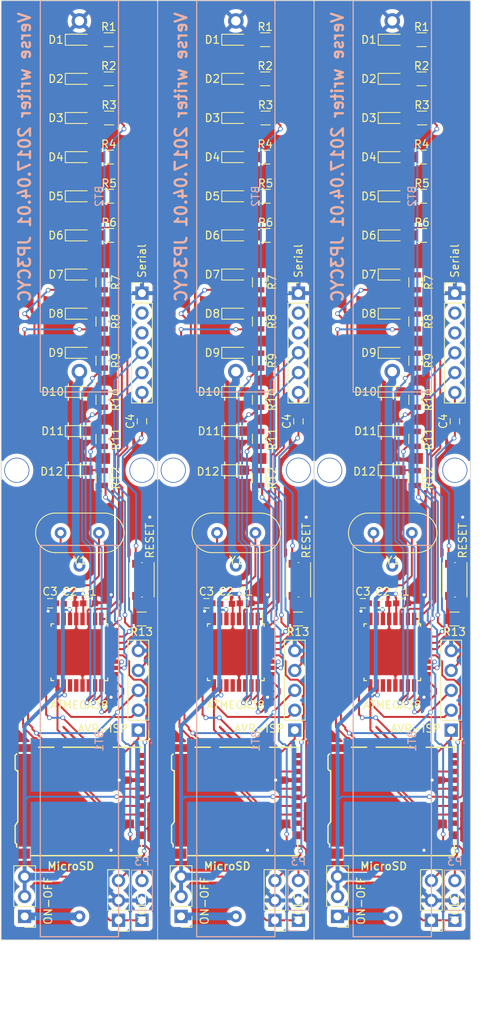
<source format=kicad_pcb>
(kicad_pcb (version 20221018) (generator pcbnew)
  (layers (0 "F.Cu" signal) (31 "B.Cu" signal) (34 "B.Paste" user) (35 "F.Paste" user) (36 "B.SilkS" user "B.Silkscreen") (37 "F.SilkS" user "F.Silkscreen") (38 "B.Mask" user) (39 "F.Mask" user) (44 "Edge.Cuts" user))
  (net 0 "")
  (net 1 "Net-(BT1-Pad1)")
  (net 2 "Net-(BT1-Pad2)")
  (net 3 "GND")
  (net 4 "VCC")
  (net 5 "Net-(C2-Pad2)")
  (net 6 "Net-(C3-Pad2)")
  (net 7 "Net-(D1-Pad2)")
  (net 8 "Net-(D2-Pad2)")
  (net 9 "Net-(D3-Pad2)")
  (net 10 "Net-(D4-Pad2)")
  (net 11 "Net-(D5-Pad2)")
  (net 12 "Net-(D6-Pad2)")
  (net 13 "Net-(D7-Pad2)")
  (net 14 "Net-(D8-Pad2)")
  (net 15 "Net-(D9-Pad2)")
  (net 16 "Net-(D10-Pad2)")
  (net 17 "Net-(D11-Pad2)")
  (net 18 "Net-(D12-Pad2)")
  (net 19 "Net-(IC1-Pad1)")
  (net 20 "Net-(IC1-Pad2)")
  (net 21 "Net-(IC1-Pad9)")
  (net 22 "Net-(IC1-Pad10)")
  (net 23 "Net-(IC1-Pad11)")
  (net 24 "Net-(IC1-Pad12)")
  (net 25 "Net-(IC1-Pad13)")
  (net 26 "Net-(CON1-Pad2)")
  (net 27 "Net-(CON1-Pad3)")
  (net 28 "Net-(CON1-Pad5)")
  (net 29 "Net-(CON1-Pad7)")
  (net 30 "Net-(IC1-Pad23)")
  (net 31 "Net-(IC1-Pad24)")
  (net 32 "Net-(IC1-Pad25)")
  (net 33 "Net-(IC1-Pad26)")
  (net 34 "Net-(IC1-Pad28)")
  (net 35 "Net-(IC1-Pad30)")
  (net 36 "Net-(IC1-Pad31)")
  (net 37 "Net-(IC1-Pad32)")
  (net 38 "Net-(C4-Pad1)")
  (net 39 "Net-(C4-Pad2)")
  (net 40 "Net-(IC1-Pad27)")
  (footprint "Capacitors_SMD:C_0603" (layer "F.Cu") (at 186.25 92)
    (fp_text reference "C1")
    (fp_text value "C")
  )
  (footprint "Capacitors_SMD:C_0603" (layer "F.Cu") (at 183.75 92.075 180)
    (fp_text reference "C2")
    (fp_text value "22p")
  )
  (footprint "Capacitors_SMD:C_0603" (layer "F.Cu") (at 181.25 92)
    (fp_text reference "C3")
    (fp_text value "22p")
  )
  (footprint "LEDs:LED_0805" (layer "F.Cu") (at 185 20)
    (fp_text reference "D1")
    (fp_text value "LED" hide)
  )
  (footprint "LEDs:LED_0805" (layer "F.Cu") (at 185 25)
    (fp_text reference "D2")
    (fp_text value "LED" hide)
  )
  (footprint "LEDs:LED_0805" (layer "F.Cu") (at 185 30)
    (fp_text reference "D3")
    (fp_text value "LED" hide)
  )
  (footprint "LEDs:LED_0805" (layer "F.Cu") (at 185 35)
    (fp_text reference "D4")
    (fp_text value "LED" hide)
  )
  (footprint "LEDs:LED_0805" (layer "F.Cu") (at 185 40)
    (fp_text reference "D5")
    (fp_text value "LED" hide)
  )
  (footprint "LEDs:LED_0805" (layer "F.Cu") (at 185 45)
    (fp_text reference "D6")
    (fp_text value "LED" hide)
  )
  (footprint "LEDs:LED_0805" (layer "F.Cu") (at 185 50)
    (fp_text reference "D7")
    (fp_text value "LED" hide)
  )
  (footprint "LEDs:LED_0805" (layer "F.Cu") (at 185 55)
    (fp_text reference "D8")
    (fp_text value "LED" hide)
  )
  (footprint "LEDs:LED_0805" (layer "F.Cu") (at 185 60)
    (fp_text reference "D9")
    (fp_text value "LED" hide)
  )
  (footprint "LEDs:LED_0805" (layer "F.Cu") (at 185 65)
    (fp_text reference "D10")
    (fp_text value "LED" hide)
  )
  (footprint "LEDs:LED_0805" (layer "F.Cu") (at 185 70)
    (fp_text reference "D11")
    (fp_text value "LED" hide)
  )
  (footprint "LEDs:LED_0805" (layer "F.Cu") (at 185 75)
    (fp_text reference "D12")
    (fp_text value "LED" hide)
  )
  (footprint "Housings_QFP:TQFP-32_7x7mm_Pitch0.8mm" (layer "F.Cu") (at 185 98.25 -90)
    (fp_text reference "ATMEGA38")
    (fp_text value "ATMEGA328P-A")
  )
  (footprint "Pin_Headers:Pin_Header_Straight_1x03_Pitch2.54mm" (layer "F.Cu") (at 190 132.5 180)
    (fp_text reference "HOLE")
    (fp_text value "HOLE")
  )
  (footprint "Pin_Headers:Pin_Header_Straight_1x03_Pitch2.54mm" (layer "F.Cu") (at 178 132 180)
    (fp_text reference "ON-OFF")
    (fp_text value "SW")
  )
  (footprint "Resistors_SMD:R_0805" (layer "F.Cu") (at 188.75 20)
    (fp_text reference "R1")
    (fp_text value "330")
  )
  (footprint "Resistors_SMD:R_0805" (layer "F.Cu") (at 188.75 25)
    (fp_text reference "R2")
    (fp_text value "330")
  )
  (footprint "Resistors_SMD:R_0805" (layer "F.Cu") (at 188.8 30)
    (fp_text reference "R3")
    (fp_text value "330")
  )
  (footprint "Resistors_SMD:R_0805" (layer "F.Cu") (at 188.75 35)
    (fp_text reference "R4")
    (fp_text value "330")
  )
  (footprint "Resistors_SMD:R_0805" (layer "F.Cu") (at 188.8 40)
    (fp_text reference "R5")
    (fp_text value "330")
  )
  (footprint "Resistors_SMD:R_0805" (layer "F.Cu") (at 188.8 45)
    (fp_text reference "R6")
    (fp_text value "330")
  )
  (footprint "Resistors_SMD:R_0805" (layer "F.Cu") (at 188 51 -90)
    (fp_text reference "R7")
    (fp_text value "330")
  )
  (footprint "Resistors_SMD:R_0805" (layer "F.Cu") (at 188 56 -90)
    (fp_text reference "R8")
    (fp_text value "330")
  )
  (footprint "Resistors_SMD:R_0805" (layer "F.Cu") (at 188 61 -90)
    (fp_text reference "R9")
    (fp_text value "330")
  )
  (footprint "Resistors_SMD:R_0805" (layer "F.Cu") (at 188 66 -90)
    (fp_text reference "R10")
    (fp_text value "330")
  )
  (footprint "Resistors_SMD:R_0805" (layer "F.Cu") (at 188 71 -90)
    (fp_text reference "R11")
    (fp_text value "330")
  )
  (footprint "Resistors_SMD:R_0805" (layer "F.Cu") (at 188 76 -90)
    (fp_text reference "R12")
    (fp_text value "330")
  )
  (footprint "Resistors_SMD:R_0805" (layer "F.Cu") (at 192.95 94 180)
    (fp_text reference "R13")
    (fp_text value "1k")
  )
  (footprint "Buttons_Switches_SMD:SW_SPST_KMR2" (layer "F.Cu") (at 193 89 -90)
    (fp_text reference "RESET")
    (fp_text value "RESET")
  )
  (footprint "Crystals:Crystal_HC18-U_Vertical" (layer "F.Cu") (at 187.5 83 180)
    (fp_text reference "Y1")
    (fp_text value "16M")
  )
  (footprint "Capacitors_SMD:C_0603" (layer "F.Cu") (at 193 68.75 90)
    (fp_text reference "C4")
    (fp_text value "100n")
  )
  (footprint "Pin_Headers:Pin_Header_Straight_1x06_Pitch2.54mm" (layer "F.Cu") (at 193 52.38)
    (fp_text reference "Serial")
    (fp_text value "FT-232R")
  )
  (footprint "conn-io:HIROSE-MICROSD-DM3AT-SF" (layer "F.Cu") (at 175.381 116.89 -90)
    (fp_text reference "MicroSD")
    (fp_text value "Micro_SD_Card" hide)
  )
  (footprint "Pin_Headers:Pin_Header_Straight_1x05_Pitch2.54mm" (layer "F.Cu") (at 192.532 108.204 180)
    (fp_text reference "AVR-ISP")
    (fp_text value "AVR-ISP")
  )
  (footprint "Pin_Headers:Pin_Header_Straight_1x03_Pitch2.54mm" (layer "F.Cu") (at 210 132.5 180)
    (fp_text reference "HOLE")
    (fp_text value "HOLE")
  )
  (footprint "Housings_QFP:TQFP-32_7x7mm_Pitch0.8mm" (layer "F.Cu") (at 205 98.25 -90)
    (fp_text reference "ATMEGA38")
    (fp_text value "ATMEGA328P-A")
  )
  (footprint "Resistors_SMD:R_0805" (layer "F.Cu") (at 212.95 94 180)
    (fp_text reference "R13")
    (fp_text value "1k")
  )
  (footprint "conn-io:HIROSE-MICROSD-DM3AT-SF" (layer "F.Cu") (at 195.381 116.89 -90)
    (fp_text reference "MicroSD")
    (fp_text value "Micro_SD_Card" hide)
  )
  (footprint "Pin_Headers:Pin_Header_Straight_1x05_Pitch2.54mm" (layer "F.Cu") (at 212.532 108.204 180)
    (fp_text reference "AVR-ISP")
    (fp_text value "AVR-ISP")
  )
  (footprint "Pin_Headers:Pin_Header_Straight_1x03_Pitch2.54mm" (layer "F.Cu") (at 198 132 180)
    (fp_text reference "ON-OFF")
    (fp_text value "SW")
  )
  (footprint "Capacitors_SMD:C_0603" (layer "F.Cu") (at 206.25 92)
    (fp_text reference "C1")
    (fp_text value "C")
  )
  (footprint "Capacitors_SMD:C_0603" (layer "F.Cu") (at 203.75 92.075 180)
    (fp_text reference "C2")
    (fp_text value "22p")
  )
  (footprint "Capacitors_SMD:C_0603" (layer "F.Cu") (at 201.25 92)
    (fp_text reference "C3")
    (fp_text value "22p")
  )
  (footprint "Crystals:Crystal_HC18-U_Vertical" (layer "F.Cu") (at 207.5 83 180)
    (fp_text reference "Y1")
    (fp_text value "16M")
  )
  (footprint "Buttons_Switches_SMD:SW_SPST_KMR2" (layer "F.Cu") (at 213 89 -90)
    (fp_text reference "RESET")
    (fp_text value "RESET")
  )
  (footprint "LEDs:LED_0805" (layer "F.Cu") (at 205 25)
    (fp_text reference "D2")
    (fp_text value "LED" hide)
  )
  (footprint "Resistors_SMD:R_0805" (layer "F.Cu") (at 208.75 20)
    (fp_text reference "R1")
    (fp_text value "330")
  )
  (footprint "LEDs:LED_0805" (layer "F.Cu") (at 205 20)
    (fp_text reference "D1")
    (fp_text value "LED" hide)
  )
  (footprint "LEDs:LED_0805" (layer "F.Cu") (at 205 35)
    (fp_text reference "D4")
    (fp_text value "LED" hide)
  )
  (footprint "LEDs:LED_0805" (layer "F.Cu") (at 205 30)
    (fp_text reference "D3")
    (fp_text value "LED" hide)
  )
  (footprint "Resistors_SMD:R_0805" (layer "F.Cu") (at 208.75 35)
    (fp_text reference "R4")
    (fp_text value "330")
  )
  (footprint "Resistors_SMD:R_0805" (layer "F.Cu") (at 208.8 30)
    (fp_text reference "R3")
    (fp_text value "330")
  )
  (footprint "Resistors_SMD:R_0805" (layer "F.Cu") (at 208.75 25)
    (fp_text reference "R2")
    (fp_text value "330")
  )
  (footprint "LEDs:LED_0805" (layer "F.Cu") (at 205 55)
    (fp_text reference "D8")
    (fp_text value "LED" hide)
  )
  (footprint "Resistors_SMD:R_0805" (layer "F.Cu") (at 208 51 -90)
    (fp_text reference "R7")
    (fp_text value "330")
  )
  (footprint "LEDs:LED_0805" (layer "F.Cu") (at 205 60)
    (fp_text reference "D9")
    (fp_text value "LED" hide)
  )
  (footprint "Resistors_SMD:R_0805" (layer "F.Cu") (at 208 56 -90)
    (fp_text reference "R8")
    (fp_text value "330")
  )
  (footprint "Pin_Headers:Pin_Header_Straight_1x06_Pitch2.54mm" (layer "F.Cu") (at 213 52.38)
    (fp_text reference "Serial")
    (fp_text value "FT-232R")
  )
  (footprint "Resistors_SMD:R_0805" (layer "F.Cu") (at 208 61 -90)
    (fp_text reference "R9")
    (fp_text value "330")
  )
  (footprint "Resistors_SMD:R_0805" (layer "F.Cu") (at 208.8 45)
    (fp_text reference "R6")
    (fp_text value "330")
  )
  (footprint "LEDs:LED_0805" (layer "F.Cu") (at 205 45)
    (fp_text reference "D6")
    (fp_text value "LED" hide)
  )
  (footprint "LEDs:LED_0805" (layer "F.Cu") (at 205 40)
    (fp_text reference "D5")
    (fp_text value "LED" hide)
  )
  (footprint "LEDs:LED_0805" (layer "F.Cu") (at 205 50)
    (fp_text reference "D7")
    (fp_text value "LED" hide)
  )
  (footprint "Resistors_SMD:R_0805" (layer "F.Cu") (at 208.8 40)
    (fp_text reference "R5")
    (fp_text value "330")
  )
  (footprint "Resistors_SMD:R_0805" (layer "F.Cu") (at 208 76 -90)
    (fp_text reference "R12")
    (fp_text value "330")
  )
  (footprint "Resistors_SMD:R_0805" (layer "F.Cu") (at 208 66 -90)
    (fp_text reference "R10")
    (fp_text value "330")
  )
  (footprint "LEDs:LED_0805" (layer "F.Cu") (at 205 65)
    (fp_text reference "D10")
    (fp_text value "LED" hide)
  )
  (footprint "Capacitors_SMD:C_0603" (layer "F.Cu") (at 213 68.75 90)
    (fp_text reference "C4")
    (fp_text value "100n")
  )
  (footprint "LEDs:LED_0805" (layer "F.Cu") (at 205 75)
    (fp_text reference "D12")
    (fp_text value "LED" hide)
  )
  (footprint "Resistors_SMD:R_0805" (layer "F.Cu") (at 208 71 -90)
    (fp_text reference "R11")
    (fp_text value "330")
  )
  (footprint "LEDs:LED_0805" (layer "F.Cu") (at 205 70)
    (fp_text reference "D11")
    (fp_text value "LED" hide)
  )
  (footprint "Resistors_SMD:R_0805" (layer "F.Cu") (at 228.75 25)
    (fp_text reference "R2")
    (fp_text value "330")
  )
  (footprint "LEDs:LED_0805" (layer "F.Cu") (at 225 20)
    (fp_text reference "D1")
    (fp_text value "LED" hide)
  )
  (footprint "LEDs:LED_0805" (layer "F.Cu") (at 225 25)
    (fp_text reference "D2")
    (fp_text value "LED" hide)
  )
  (footprint "Resistors_SMD:R_0805" (layer "F.Cu") (at 228.75 20)
    (fp_text reference "R1")
    (fp_text value "330")
  )
  (footprint "Resistors_SMD:R_0805" (layer "F.Cu") (at 228.8 40)
    (fp_text reference "R5")
    (fp_text value "330")
  )
  (footprint "LEDs:LED_0805" (layer "F.Cu") (at 225 40)
    (fp_text reference "D5")
    (fp_text value "LED" hide)
  )
  (footprint "LEDs:LED_0805" (layer "F.Cu") (at 225 45)
    (fp_text reference "D6")
    (fp_text value "LED" hide)
  )
  (footprint "Resistors_SMD:R_0805" (layer "F.Cu") (at 228.8 45)
    (fp_text reference "R6")
    (fp_text value "330")
  )
  (footprint "Resistors_SMD:R_0805" (layer "F.Cu") (at 228.8 30)
    (fp_text reference "R3")
    (fp_text value "330")
  )
  (footprint "Resistors_SMD:R_0805" (layer "F.Cu") (at 228.75 35)
    (fp_text reference "R4")
    (fp_text value "330")
  )
  (footprint "LEDs:LED_0805" (layer "F.Cu") (at 225 30)
    (fp_text reference "D3")
    (fp_text value "LED" hide)
  )
  (footprint "LEDs:LED_0805" (layer "F.Cu") (at 225 35)
    (fp_text reference "D4")
    (fp_text value "LED" hide)
  )
  (footprint "Resistors_SMD:R_0805" (layer "F.Cu") (at 228 61 -90)
    (fp_text reference "R9")
    (fp_text value "330")
  )
  (footprint "LEDs:LED_0805" (layer "F.Cu") (at 225 60)
    (fp_text reference "D9")
    (fp_text value "LED" hide)
  )
  (footprint "LEDs:LED_0805" (layer "F.Cu") (at 225 65)
    (fp_text reference "D10")
    (fp_text value "LED" hide)
  )
  (footprint "Pin_Headers:Pin_Header_Straight_1x06_Pitch2.54mm" (layer "F.Cu") (at 233 52.38)
    (fp_text reference "Serial")
    (fp_text value "FT-232R")
  )
  (footprint "Resistors_SMD:R_0805" (layer "F.Cu") (at 228 56 -90)
    (fp_text reference "R8")
    (fp_text value "330")
  )
  (footprint "LEDs:LED_0805" (layer "F.Cu") (at 225 55)
    (fp_text reference "D8")
    (fp_text value "LED" hide)
  )
  (footprint "Resistors_SMD:R_0805" (layer "F.Cu") (at 228 51 -90)
    (fp_text reference "R7")
    (fp_text value "330")
  )
  (footprint "LEDs:LED_0805" (layer "F.Cu") (at 225 50)
    (fp_text reference "D7")
    (fp_text value "LED" hide)
  )
  (footprint "Buttons_Switches_SMD:SW_SPST_KMR2" (layer "F.Cu") (at 233 89 -90)
    (fp_text reference "RESET")
    (fp_text value "RESET")
  )
  (footprint "Resistors_SMD:R_0805" (layer "F.Cu") (at 232.95 94 180)
    (fp_text reference "R13")
    (fp_text value "1k")
  )
  (footprint "Pin_Headers:Pin_Header_Straight_1x05_Pitch2.54mm" (layer "F.Cu") (at 232.532 108.204 180)
    (fp_text reference "AVR-ISP")
    (fp_text value "AVR-ISP")
  )
  (footprint "LEDs:LED_0805" (layer "F.Cu") (at 225 70)
    (fp_text reference "D11")
    (fp_text value "LED" hide)
  )
  (footprint "LEDs:LED_0805" (layer "F.Cu") (at 225 75)
    (fp_text reference "D12")
    (fp_text value "LED" hide)
  )
  (footprint "Capacitors_SMD:C_0603" (layer "F.Cu") (at 233 68.75 90)
    (fp_text reference "C4")
    (fp_text value "100n")
  )
  (footprint "Resistors_SMD:R_0805" (layer "F.Cu") (at 228 66 -90)
    (fp_text reference "R10")
    (fp_text value "330")
  )
  (footprint "Resistors_SMD:R_0805" (layer "F.Cu") (at 228 71 -90)
    (fp_text reference "R11")
    (fp_text value "330")
  )
  (footprint "Resistors_SMD:R_0805" (layer "F.Cu") (at 228 76 -90)
    (fp_text reference "R12")
    (fp_text value "330")
  )
  (footprint "Pin_Headers:Pin_Header_Straight_1x03_Pitch2.54mm" (layer "F.Cu") (at 218 132 180)
    (fp_text reference "ON-OFF")
    (fp_text value "SW")
  )
  (footprint "Pin_Headers:Pin_Header_Straight_1x03_Pitch2.54mm" (layer "F.Cu") (at 230 132.5 180)
    (fp_text reference "HOLE")
    (fp_text value "HOLE")
  )
  (footprint "conn-io:HIROSE-MICROSD-DM3AT-SF" (layer "F.Cu") (at 215.381 116.89 -90)
    (fp_text reference "MicroSD")
    (fp_text value "Micro_SD_Card" hide)
  )
  (footprint "Capacitors_SMD:C_0603" (layer "F.Cu") (at 226.25 92)
    (fp_text reference "C1")
    (fp_text value "C")
  )
  (footprint "Capacitors_SMD:C_0603" (layer "F.Cu") (at 221.25 92)
    (fp_text reference "C3")
    (fp_text value "22p")
  )
  (footprint "Crystals:Crystal_HC18-U_Vertical" (layer "F.Cu") (at 227.5 83 180)
    (fp_text reference "Y1")
    (fp_text value "16M")
  )
  (footprint "Capacitors_SMD:C_0603" (layer "F.Cu") (at 223.75 92.075 180)
    (fp_text reference "C2")
    (fp_text value "22p")
  )
  (footprint "Housings_QFP:TQFP-32_7x7mm_Pitch0.8mm" (layer "F.Cu") (at 225 98.25 -90)
    (fp_text reference "ATMEGA38")
    (fp_text value "ATMEGA328P-A")
  )
  (footprint ".pretty:AAA" (layer "B.Cu") (at 185 40 -90)
    (fp_text reference "BT2")
    (fp_text value "AAA")
  )
  (footprint ".pretty:AAA" (layer "B.Cu") (at 185 109.6 -90)
    (fp_text reference "BT1")
    (fp_text value "AAA")
  )
  (footprint "Pin_Headers:Pin_Header_Straight_1x03_Pitch2.54mm" (layer "B.Cu") (at 193 132.5)
    (fp_text reference "P3")
    (fp_text value "IR")
  )
  (footprint "Pin_Headers:Pin_Header_Straight_1x03_Pitch2.54mm" (layer "B.Cu") (at 213 132.5)
    (fp_text reference "P3")
    (fp_text value "IR")
  )
  (footprint ".pretty:AAA" (layer "B.Cu") (at 205 109.6 -90)
    (fp_text reference "BT1")
    (fp_text value "AAA")
  )
  (footprint ".pretty:AAA" (layer "B.Cu") (at 205 40 -90)
    (fp_text reference "BT2")
    (fp_text value "AAA")
  )
  (footprint ".pretty:AAA" (layer "B.Cu") (at 225 40 -90)
    (fp_text reference "BT2")
    (fp_text value "AAA")
  )
  (footprint "Pin_Headers:Pin_Header_Straight_1x03_Pitch2.54mm" (layer "B.Cu") (at 233 132.5)
    (fp_text reference "P3")
    (fp_text value "IR")
  )
  (footprint ".pretty:AAA" (layer "B.Cu") (at 225 109.6 -90)
    (fp_text reference "BT1")
    (fp_text value "AAA")
  )
  (gr_line (start 215 15) (end 215 135) (stroke (width 0.1)) (layer "Edge.Cuts"))
  (gr_line (start 195 135) (end 195 15) (stroke (width 0.1)) (layer "Edge.Cuts"))
  (gr_line (start 215 135) (end 195 135) (stroke (width 0.1)) (layer "Edge.Cuts"))
  (gr_line (start 195 15) (end 215 15) (stroke (width 0.1)) (layer "Edge.Cuts"))
  (gr_line (start 215 15) (end 235 15) (stroke (width 0.1)) (layer "Edge.Cuts"))
  (gr_line (start 235 15) (end 235 135) (stroke (width 0.1)) (layer "Edge.Cuts"))
  (gr_line (start 215 135) (end 215 15) (stroke (width 0.1)) (layer "Edge.Cuts"))
  (gr_line (start 235 135) (end 215 135) (stroke (width 0.1)) (layer "Edge.Cuts"))
  (gr_line (start 175 135) (end 175 15) (stroke (width 0.1)) (layer "Edge.Cuts"))
  (gr_line (start 175 15) (end 195 15) (stroke (width 0.1)) (layer "Edge.Cuts"))
  (gr_line (start 195 15) (end 195 135) (stroke (width 0.1)) (layer "Edge.Cuts"))
  (gr_line (start 195 135) (end 175 135) (stroke (width 0.1)) (layer "Edge.Cuts"))
  (gr_text "Verse writer 2017.04.01 JP3CYC" (at 198 35 90) (layer "B.SilkS") (effects (font (size 1.5 1.5) (thickness 0.3)) (justify mirror)))
  (gr_text "Verse writer 2017.04.01 JP3CYC" (at 218 35 90) (layer "B.SilkS") (effects (font (size 1.5 1.5) (thickness 0.3)) (justify mirror)))
  (gr_text "Verse writer 2017.04.01 JP3CYC" (at 178 35 90) (layer "B.SilkS") (effects (font (size 1.5 1.5) (thickness 0.3)) (justify mirror)))
  (via (at 197 75) (size 3.2) (drill 3) (layers "F.Cu" "B.Cu") (net 0))
  (via (at 213 75) (size 3.2) (drill 3) (layers "F.Cu" "B.Cu") (net 0))
  (via (at 233 75) (size 3.2) (drill 3) (layers "F.Cu" "B.Cu") (net 0))
  (via (at 217 75) (size 3.2) (drill 3) (layers "F.Cu" "B.Cu") (net 0))
  (via (at 177 75) (size 3.2) (drill 3) (layers "F.Cu" "B.Cu") (net 0))
  (via (at 193 75) (size 3.2) (drill 3) (layers "F.Cu" "B.Cu") (net 0))
  (segment (start 200.4 132) (end 205 132) (width 1) (layer "B.Cu") (net 1))
  (segment (start 198 132) (end 200.4 132) (width 1) (layer "B.Cu") (net 1))
  (segment (start 218 132) (end 220.4 132) (width 1) (layer "B.Cu") (net 1))
  (segment (start 220.4 132) (end 225 132) (width 1) (layer "B.Cu") (net 1))
  (segment (start 178 132) (end 180.4 132) (width 1) (layer "B.Cu") (net 1))
  (segment (start 180.4 132) (end 185 132) (width 1) (layer "B.Cu") (net 1))
  (segment (start 205 87.2) (end 205 85.785787) (width 1) (layer "B.Cu") (net 2))
  (segment (start 205 85.785787) (end 204.524969 85.310756) (width 1) (layer "B.Cu") (net 2))
  (segment (start 204.524969 85.310756) (end 204.524969 64.289244) (width 1) (layer "B.Cu") (net 2))
  (segment (start 205 63.814213) (end 205 62.4) (width 1) (layer "B.Cu") (net 2))
  (segment (start 204.524969 64.289244) (end 205 63.814213) (width 1) (layer "B.Cu") (net 2))
  (segment (start 225 85.785787) (end 224.524969 85.310756) (width 1) (layer "B.Cu") (net 2))
  (segment (start 225 87.2) (end 225 85.785787) (width 1) (layer "B.Cu") (net 2))
  (segment (start 225 63.814213) (end 225 62.4) (width 1) (layer "B.Cu") (net 2))
  (segment (start 224.524969 85.310756) (end 224.524969 64.289244) (width 1) (layer "B.Cu") (net 2))
  (segment (start 224.524969 64.289244) (end 225 63.814213) (width 1) (layer "B.Cu") (net 2))
  (segment (start 184.524969 64.289244) (end 185 63.814213) (width 1) (layer "B.Cu") (net 2))
  (segment (start 185 63.814213) (end 185 62.4) (width 1) (layer "B.Cu") (net 2))
  (segment (start 184.524969 85.310756) (end 184.524969 64.289244) (width 1) (layer "B.Cu") (net 2))
  (segment (start 185 87.2) (end 185 85.785787) (width 1) (layer "B.Cu") (net 2))
  (segment (start 185 85.785787) (end 184.524969 85.310756) (width 1) (layer "B.Cu") (net 2))
  (segment (start 205.4 102.5) (end 205.4 96.8) (width 0.25) (layer "F.Cu") (net 3))
  (segment (start 211.174979 114.700001) (end 210.87498 115) (width 0.25) (layer "F.Cu") (net 3))
  (segment (start 212.831 114.59) (end 211.28498 114.59) (width 0.25) (layer "F.Cu") (net 3))
  (segment (start 211.28498 114.59) (end 211.174979 114.700001) (width 0.25) (layer "F.Cu") (net 3))
  (segment (start 212.831 114.59) (end 210.09 114.59) (width 0.25) (layer "F.Cu") (net 3))
  (segment (start 213.8 86.95) (end 213.8 81.2) (width 0.25) (layer "F.Cu") (net 3))
  (segment (start 213.8 81.2) (end 214 81) (width 0.25) (layer "F.Cu") (net 3))
  (segment (start 200.5 92.625) (end 200.875 93) (width 0.25) (layer "F.Cu") (net 3))
  (segment (start 200.5 92) (end 200.5 92.625) (width 0.25) (layer "F.Cu") (net 3))
  (segment (start 207 92) (end 207.65 92) (width 0.25) (layer "F.Cu") (net 3))
  (segment (start 206.975 92) (end 206.055 92.92) (width 0.25) (layer "F.Cu") (net 3))
  (segment (start 207 92) (end 206.975 92) (width 0.25) (layer "F.Cu") (net 3))
  (segment (start 200.875 93) (end 201 93) (width 0.25) (layer "F.Cu") (net 3))
  (segment (start 208.75 90.9) (end 209.05 90.9) (width 0.25) (layer "F.Cu") (net 3))
  (segment (start 207.65 92) (end 208.75 90.9) (width 0.25) (layer "F.Cu") (net 3))
  (segment (start 204.6 94) (end 204.6 92.175) (width 0.25) (layer "F.Cu") (net 3))
  (segment (start 206.055 92.92) (end 206.055 93.98) (width 0.25) (layer "F.Cu") (net 3))
  (segment (start 204.6 92.175) (end 204.5 92.075) (width 0.25) (layer "F.Cu") (net 3))
  (segment (start 204.6 96) (end 205.35 96.75) (width 0.25) (layer "F.Cu") (net 3))
  (segment (start 204.6 94) (end 204.6 96) (width 0.25) (layer "F.Cu") (net 3))
  (segment (start 205.4 96.8) (end 205.35 96.75) (width 0.25) (layer "F.Cu") (net 3))
  (segment (start 205.5 96.75) (end 206.2 96.05) (width 0.25) (layer "F.Cu") (net 3))
  (segment (start 206.2 96.05) (end 206.2 94) (width 0.25) (layer "F.Cu") (net 3))
  (segment (start 205.35 96.75) (end 205.5 96.75) (width 0.25) (layer "F.Cu") (net 3))
  (segment (start 209.585 123.55) (end 209.05 123.55) (width 0.25) (layer "F.Cu") (net 3))
  (segment (start 210.08 123.055) (end 209.585 123.55) (width 0.25) (layer "F.Cu") (net 3))
  (segment (start 210.08 122.105) (end 210.08 123.055) (width 0.25) (layer "F.Cu") (net 3))
  (segment (start 224.6 94) (end 224.6 96) (width 0.25) (layer "F.Cu") (net 3))
  (segment (start 226.055 92.92) (end 226.055 93.98) (width 0.25) (layer "F.Cu") (net 3))
  (segment (start 220.5 92) (end 220.5 92.625) (width 0.25) (layer "F.Cu") (net 3))
  (segment (start 224.6 94) (end 224.6 92.175) (width 0.25) (layer "F.Cu") (net 3))
  (segment (start 224.6 92.175) (end 224.5 92.075) (width 0.25) (layer "F.Cu") (net 3))
  (segment (start 220.875 93) (end 221 93) (width 0.25) (layer "F.Cu") (net 3))
  (segment (start 220.5 92.625) (end 220.875 93) (width 0.25) (layer "F.Cu") (net 3))
  (segment (start 226.975 92) (end 226.055 92.92) (width 0.25) (layer "F.Cu") (net 3))
  (segment (start 227 92) (end 226.975 92) (width 0.25) (layer "F.Cu") (net 3))
  (segment (start 226.2 96.05) (end 226.2 94) (width 0.25) (layer "F.Cu") (net 3))
  (segment (start 227 92) (end 227.65 92) (width 0.25) (layer "F.Cu") (net 3))
  (segment (start 228.75 90.9) (end 229.05 90.9) (width 0.25) (layer "F.Cu") (net 3))
  (segment (start 227.65 92) (end 228.75 90.9) (width 0.25) (layer "F.Cu") (net 3))
  (segment (start 233.8 81.2) (end 234 81) (width 0.25) (layer "F.Cu") (net 3))
  (segment (start 233.8 86.95) (end 233.8 81.2) (width 0.25) (layer "F.Cu") (net 3))
  (segment (start 232.831 114.59) (end 230.09 114.59) (width 0.25) (layer "F.Cu") (net 3))
  (segment (start 231.28498 114.59) (end 231.174979 114.700001) (width 0.25) (layer "F.Cu") (net 3))
  (segment (start 232.831 114.59) (end 231.28498 114.59) (width 0.25) (layer "F.Cu") (net 3))
  (segment (start 231.174979 114.700001) (end 230.87498 115) (width 0.25) (layer "F.Cu") (net 3))
  (segment (start 225.35 96.75) (end 225.5 96.75) (width 0.25) (layer "F.Cu") (net 3))
  (segment (start 224.6 96) (end 225.35 96.75) (width 0.25) (layer "F.Cu") (net 3))
  (segment (start 225.5 96.75) (end 226.2 96.05) (width 0.25) (layer "F.Cu") (net 3))
  (segment (start 225.4 96.8) (end 225.35 96.75) (width 0.25) (layer "F.Cu") (net 3))
  (segment (start 225.4 102.5) (end 225.4 96.8) (width 0.25) (layer "F.Cu") (net 3))
  (segment (start 229.585 123.55) (end 229.05 123.55) (width 0.25) (layer "F.Cu") (net 3))
  (segment (start 230.08 122.105) (end 230.08 123.055) (width 0.25) (layer "F.Cu") (net 3))
  (segment (start 230.08 123.055) (end 229.585 123.55) (width 0.25) (layer "F.Cu") (net 3))
  (segment (start 185.5 96.75) (end 186.2 96.05) (width 0.25) (layer "F.Cu") (net 3))
  (segment (start 188.75 90.9) (end 189.05 90.9) (width 0.25) (layer "F.Cu") (net 3))
  (segment (start 187.65 92) (end 188.75 90.9) (width 0.25) (layer "F.Cu") (net 3))
  (segment (start 192.831 114.59) (end 190.09 114.59) (width 0.25) (layer "F.Cu") (net 3))
  (segment (start 180.875 93) (end 181 93) (width 0.25) (layer "F.Cu") (net 3))
  (segment (start 180.5 92.625) (end 180.875 93) (width 0.25) (layer "F.Cu") (net 3))
  (segment (start 193.8 86.95) (end 193.8 81.2) (width 0.25) (layer "F.Cu") (net 3))
  (segment (start 190.08 123.055) (end 189.585 123.55) (width 0.25) (layer "F.Cu") (net 3))
  (segment (start 185.35 96.75) (end 185.5 96.75) (width 0.25) (layer "F.Cu") (net 3))
  (segment (start 184.6 96) (end 185.35 96.75) (width 0.25) (layer "F.Cu") (net 3))
  (segment (start 186.2 96.05) (end 186.2 94) (width 0.25) (layer "F.Cu") (net 3))
  (segment (start 180.5 92) (end 180.5 92.625) (width 0.25) (layer "F.Cu") (net 3))
  (segment (start 185.4 96.8) (end 185.35 96.75) (width 0.25) (layer "F.Cu") (net 3))
  (segment (start 189.585 123.55) (end 189.05 123.55) (width 0.25) (layer "F.Cu") (net 3))
  (segment (start 186.055 92.92) (end 186.055 93.98) (width 0.25) (layer "F.Cu") (net 3))
  (segment (start 184.6 92.175) (end 184.5 92.075) (width 0.25) (layer "F.Cu") (net 3))
  (segment (start 191.28498 114.59) (end 191.174979 114.700001) (width 0.25) (layer "F.Cu") (net 3))
  (segment (start 185.4 102.5) (end 185.4 96.8) (width 0.25) (layer "F.Cu") (net 3))
  (segment (start 187 92) (end 187.65 92) (width 0.25) (layer "F.Cu") (net 3))
  (segment (start 193.8 81.2) (end 194 81) (width 0.25) (layer "F.Cu") (net 3))
  (segment (start 187 92) (end 186.975 92) (width 0.25) (layer "F.Cu") (net 3))
  (segment (start 190.08 122.105) (end 190.08 123.055) (width 0.25) (layer "F.Cu") (net 3))
  (segment (start 192.831 114.59) (end 191.28498 114.59) (width 0.25) (layer "F.Cu") (net 3))
  (segment (start 191.174979 114.700001) (end 190.87498 115) (width 0.25) (layer "F.Cu") (net 3))
  (segment (start 184.6 94) (end 184.6 92.175) (width 0.25) (layer "F.Cu") (net 3))
  (segment (start 186.975 92) (end 186.055 92.92) (width 0.25) (layer "F.Cu") (net 3))
  (segment (start 184.6 94) (end 184.6 96) (width 0.25) (layer "F.Cu") (net 3))
  (via (at 209.05 90.9) (size 0.6) (drill 0.4) (layers "F.Cu" "B.Cu") (net 3))
  (via (at 201 93) (size 0.6) (drill 0.4) (layers "F.Cu" "B.Cu") (net 3))
  (via (at 214 81) (size 0.6) (drill 0.4) (layers "F.Cu" "B.Cu") (net 3))
  (via (at 210.09 114.59) (size 0.6) (drill 0.4) (layers "F.Cu" "B.Cu") (net 3))
  (via (at 209.05 123.55) (size 0.6) (drill 0.4) (layers "F.Cu" "B.Cu") (net 3))
  (via (at 209.05 104) (size 0.6) (drill 0.4) (layers "F.Cu" "B.Cu") (net 3))
  (via (at 229.05 90.9) (size 0.6) (drill 0.4) (layers "F.Cu" "B.Cu") (net 3))
  (via (at 221 93) (size 0.6) (drill 0.4) (layers "F.Cu" "B.Cu") (net 3))
  (via (at 229.05 123.55) (size 0.6) (drill 0.4) (layers "F.Cu" "B.Cu") (net 3))
  (via (at 230.09 114.59) (size 0.6) (drill 0.4) (layers "F.Cu" "B.Cu") (net 3))
  (via (at 229.05 104) (size 0.6) (drill 0.4) (layers "F.Cu" "B.Cu") (net 3))
  (via (at 234 81) (size 0.6) (drill 0.4) (layers "F.Cu" "B.Cu") (net 3))
  (via (at 190.09 114.59) (size 0.6) (drill 0.4) (layers "F.Cu" "B.Cu") (net 3))
  (via (at 189.05 123.55) (size 0.6) (drill 0.4) (layers "F.Cu" "B.Cu") (net 3))
  (via (at 181 93) (size 0.6) (drill 0.4) (layers "F.Cu" "B.Cu") (net 3))
  (via (at 189.05 90.9) (size 0.6) (drill 0.4) (layers "F.Cu" "B.Cu") (net 3))
  (via (at 189.05 104) (size 0.6) (drill 0.4) (layers "F.Cu" "B.Cu") (net 3))
  (via (at 194 81) (size 0.6) (drill 0.4) (layers "F.Cu" "B.Cu") (net 3))
  (segment (start 208.595 128.555) (end 210 129.96) (width 0.5) (layer "B.Cu") (net 3))
  (segment (start 208.595 126.900998) (end 208.595 128.555) (width 0.5) (layer "B.Cu") (net 3))
  (segment (start 212.532 98.044) (end 212.532 96.468) (width 0.25) (layer "B.Cu") (net 3))
  (segment (start 212.532 98.044) (end 212.532 94.468) (width 0.25) (layer "B.Cu") (net 3))
  (segment (start 208.499998 95.150002) (end 208.499998 103.449998) (width 0.5) (layer "B.Cu") (net 3))
  (segment (start 208.499998 103.449998) (end 208.750001 103.700001) (width 0.5) (layer "B.Cu") (net 3))
  (segment (start 209.05 123.55) (end 209.05 126.445998) (width 0.5) (layer "B.Cu") (net 3))
  (segment (start 209.05 126.445998) (end 208.595 126.900998) (width 0.5) (layer "B.Cu") (net 3))
  (segment (start 200 94) (end 201 94) (width 0.25) (layer "B.Cu") (net 3))
  (segment (start 201 93) (end 200 94) (width 0.25) (layer "B.Cu") (net 3))
  (segment (start 208.750001 103.700001) (end 209.05 104) (width 0.5) (layer "B.Cu") (net 3))
  (segment (start 209.05 90.9) (end 208.750001 91.199999) (width 0.5) (layer "B.Cu") (net 3))
  (segment (start 209.05 80.260004) (end 209.05 90.475736) (width 0.5) (layer "B.Cu") (net 3))
  (segment (start 209.05 90.475736) (end 209.05 90.9) (width 0.5) (layer "B.Cu") (net 3))
  (segment (start 208.750001 91.199999) (end 208.750001 94.300001) (width 0.5) (layer "B.Cu") (net 3))
  (segment (start 208.750001 94.300001) (end 209.05 94.6) (width 0.5) (layer "B.Cu") (net 3))
  (segment (start 209.05 94.6) (end 208.75 94.6) (width 0.25) (layer "B.Cu") (net 3))
  (segment (start 209.05 94.6) (end 208.499998 95.150002) (width 0.5) (layer "B.Cu") (net 3))
  (segment (start 214.175001 94.824999) (end 214.175001 86) (width 0.25) (layer "B.Cu") (net 3))
  (segment (start 214 85.824999) (end 214.175001 86) (width 0.25) (layer "B.Cu") (net 3))
  (segment (start 207.599998 78.810002) (end 209.05 80.260004) (width 0.5) (layer "B.Cu") (net 3))
  (segment (start 214 81) (end 214 85.824999) (width 0.25) (layer "B.Cu") (net 3))
  (segment (start 212.532 94.468) (end 214 93) (width 0.25) (layer "B.Cu") (net 3))
  (segment (start 205 17.6) (end 207.599998 20.199998) (width 0.5) (layer "B.Cu") (net 3))
  (segment (start 207.599998 20.199998) (end 207.599998 78.810002) (width 0.5) (layer "B.Cu") (net 3))
  (segment (start 214.175001 49.175001) (end 213 50.350002) (width 0.25) (layer "B.Cu") (net 3))
  (segment (start 212.532 96.468) (end 214.175001 94.824999) (width 0.25) (layer "B.Cu") (net 3))
  (segment (start 213 50.350002) (end 213 52.38) (width 0.25) (layer "B.Cu") (net 3))
  (segment (start 234.175001 49.175001) (end 233 50.350002) (width 0.25) (layer "B.Cu") (net 3))
  (segment (start 225 17.6) (end 227.599998 20.199998) (width 0.5) (layer "B.Cu") (net 3))
  (segment (start 227.599998 20.199998) (end 227.599998 78.810002) (width 0.5) (layer "B.Cu") (net 3))
  (segment (start 229.05 126.445998) (end 228.595 126.900998) (width 0.5) (layer "B.Cu") (net 3))
  (segment (start 229.05 123.55) (end 229.05 126.445998) (width 0.5) (layer "B.Cu") (net 3))
  (segment (start 228.595 126.900998) (end 228.595 128.555) (width 0.5) (layer "B.Cu") (net 3))
  (segment (start 228.595 128.555) (end 230 129.96) (width 0.5) (layer "B.Cu") (net 3))
  (segment (start 228.499998 95.150002) (end 228.499998 103.449998) (width 0.5) (layer "B.Cu") (net 3))
  (segment (start 229.05 94.6) (end 228.499998 95.150002) (width 0.5) (layer "B.Cu") (net 3))
  (segment (start 228.750001 103.700001) (end 229.05 104) (width 0.5) (layer "B.Cu") (net 3))
  (segment (start 228.499998 103.449998) (end 228.750001 103.700001) (width 0.5) (layer "B.Cu") (net 3))
  (segment (start 221 93) (end 220 94) (width 0.25) (layer "B.Cu") (net 3))
  (segment (start 220 94) (end 221 94) (width 0.25) (layer "B.Cu") (net 3))
  (segment (start 232.532 98.044) (end 232.532 96.468) (width 0.25) (layer "B.Cu") (net 3))
  (segment (start 232.532 96.468) (end 234.175001 94.824999) (width 0.25) (layer "B.Cu") (net 3))
  (segment (start 232.532 94.468) (end 234 93) (width 0.25) (layer "B.Cu") (net 3))
  (segment (start 232.532 98.044) (end 232.532 94.468) (width 0.25) (layer "B.Cu") (net 3))
  (segment (start 229.05 80.260004) (end 229.05 90.475736) (width 0.5) (layer "B.Cu") (net 3))
  (segment (start 229.05 90.475736) (end 229.05 90.9) (width 0.5) (layer "B.Cu") (net 3))
  (segment (start 229.05 90.9) (end 228.750001 91.199999) (width 0.5) (layer "B.Cu") (net 3))
  (segment (start 234 85.824999) (end 234.175001 86) (width 0.25) (layer "B.Cu") (net 3))
  (segment (start 234.175001 94.824999) (end 234.175001 86) (width 0.25) (layer "B.Cu") (net 3))
  (segment (start 228.750001 91.199999) (end 228.750001 94.300001) (width 0.5) (layer "B.Cu") (net 3))
  (segment (start 228.750001 94.300001) (end 229.05 94.6) (width 0.5) (layer "B.Cu") (net 3))
  (segment (start 229.05 94.6) (end 228.75 94.6) (width 0.25) (layer "B.Cu") (net 3))
  (segment (start 234 81) (end 234 85.824999) (width 0.25) (layer "B.Cu") (net 3))
  (segment (start 233 50.350002) (end 233 52.38) (width 0.25) (layer "B.Cu") (net 3))
  (segment (start 227.599998 78.810002) (end 229.05 80.260004) (width 0.5) (layer "B.Cu") (net 3))
  (segment (start 194.175001 94.824999) (end 194.175001 86) (width 0.25) (layer "B.Cu") (net 3))
  (segment (start 194.175001 49.175001) (end 193 50.350002) (width 0.25) (layer "B.Cu") (net 3))
  (segment (start 189.05 90.9) (end 188.750001 91.199999) (width 0.5) (layer "B.Cu") (net 3))
  (segment (start 193 50.350002) (end 193 52.38) (width 0.25) (layer "B.Cu") (net 3))
  (segment (start 188.595 126.900998) (end 188.595 128.555) (width 0.5) (layer "B.Cu") (net 3))
  (segment (start 189.05 123.55) (end 189.05 126.445998) (width 0.5) (layer "B.Cu") (net 3))
  (segment (start 181 93) (end 180 94) (width 0.25) (layer "B.Cu") (net 3))
  (segment (start 187.599998 78.810002) (end 189.05 80.260004) (width 0.5) (layer "B.Cu") (net 3))
  (segment (start 188.499998 95.150002) (end 188.499998 103.449998) (width 0.5) (layer "B.Cu") (net 3))
  (segment (start 192.532 98.044) (end 192.532 94.468) (width 0.25) (layer "B.Cu") (net 3))
  (segment (start 194 85.824999) (end 194.175001 86) (width 0.25) (layer "B.Cu") (net 3))
  (segment (start 188.499998 103.449998) (end 188.750001 103.700001) (width 0.5) (layer "B.Cu") (net 3))
  (segment (start 189.05 90.475736) (end 189.05 90.9) (width 0.5) (layer "B.Cu") (net 3))
  (segment (start 192.532 94.468) (end 194 93) (width 0.25) (layer "B.Cu") (net 3))
  (segment (start 189.05 80.260004) (end 189.05 90.475736) (width 0.5) (layer "B.Cu") (net 3))
  (segment (start 180 94) (end 181 94) (width 0.25) (layer "B.Cu") (net 3))
  (segment (start 188.595 128.555) (end 190 129.96) (width 0.5) (layer "B.Cu") (net 3))
  (segment (start 189.05 94.6) (end 188.499998 95.150002) (width 0.5) (layer "B.Cu") (net 3))
  (segment (start 187.599998 20.199998) (end 187.599998 78.810002) (width 0.5) (layer "B.Cu") (net 3))
  (segment (start 192.532 98.044) (end 192.532 96.468) (width 0.25) (layer "B.Cu") (net 3))
  (segment (start 188.750001 91.199999) (end 188.750001 94.300001) (width 0.5) (layer "B.Cu") (net 3))
  (segment (start 189.05 94.6) (end 188.75 94.6) (width 0.25) (layer "B.Cu") (net 3))
  (segment (start 185 17.6) (end 187.599998 20.199998) (width 0.5) (layer "B.Cu") (net 3))
  (segment (start 194 81) (end 194 85.824999) (width 0.25) (layer "B.Cu") (net 3))
  (segment (start 192.532 96.468) (end 194.175001 94.824999) (width 0.25) (layer "B.Cu") (net 3))
  (segment (start 189.05 126.445998) (end 188.595 126.900998) (width 0.5) (layer "B.Cu") (net 3))
  (segment (start 188.750001 94.300001) (end 189.05 94.6) (width 0.5) (layer "B.Cu") (net 3))
  (segment (start 188.750001 103.700001) (end 189.05 104) (width 0.5) (layer "B.Cu") (net 3))
  (segment (start 192.706 116.915) (end 192.831 116.79) (width 0.25) (layer "F.Cu") (net 4))
  (segment (start 194 116.5) (end 193.71 116.79) (width 0.25) (layer "F.Cu") (net 4))
  (segment (start 193.71 116.79) (end 192.831 116.79) (width 0.25) (layer "F.Cu") (net 4))
  (segment (start 203 103.616102) (end 203.104726 103.720828) (width 0.25) (layer "F.Cu") (net 4))
  (segment (start 203 102.5) (end 203 103.616102) (width 0.25) (layer "F.Cu") (net 4))
  (segment (start 214 109.657413) (end 214 113) (width 0.25) (layer "F.Cu") (net 4))
  (segment (start 212.706 116.915) (end 212.831 116.79) (width 0.25) (layer "F.Cu") (net 4))
  (segment (start 214 113) (end 214 116.5) (width 0.25) (layer "F.Cu") (net 4))
  (segment (start 213.71 116.79) (end 212.831 116.79) (width 0.25) (layer "F.Cu") (net 4))
  (segment (start 214 116.5) (end 213.71 116.79) (width 0.25) (layer "F.Cu") (net 4))
  (segment (start 211.981 116.79) (end 211.904 116.713) (width 0.25) (layer "F.Cu") (net 4))
  (segment (start 212.831 116.79) (end 211.981 116.79) (width 0.25) (layer "F.Cu") (net 4))
  (segment (start 211.904 116.713) (end 209.738 116.713) (width 0.25) (layer "F.Cu") (net 4))
  (segment (start 213.9 94) (end 213.9 94.3) (width 0.25) (layer "F.Cu") (net 4))
  (segment (start 205.5 93.9) (end 205.4 94) (width 0.25) (layer "F.Cu") (net 4))
  (segment (start 205.5 92) (end 205.5 93.9) (width 0.25) (layer "F.Cu") (net 4))
  (segment (start 205.5 92.625) (end 205.5 92) (width 0.25) (layer "F.Cu") (net 4))
  (segment (start 203.8 92.85) (end 203.792928 92.85) (width 0.25) (layer "F.Cu") (net 4))
  (segment (start 203.792928 92.85) (end 203.750067 92.807139) (width 0.25) (layer "F.Cu") (net 4))
  (segment (start 205.5 91.36) (end 205.42 91.28) (width 0.25) (layer "F.Cu") (net 4))
  (segment (start 205.5 92) (end 205.5 91.36) (width 0.25) (layer "F.Cu") (net 4))
  (segment (start 205.42 91.28) (end 205.42 90.805) (width 0.25) (layer "F.Cu") (net 4))
  (segment (start 203.8 93.139998) (end 203.8 92.85) (width 0.25) (layer "F.Cu") (net 4))
  (segment (start 203.8 94) (end 203.8 93.139998) (width 0.25) (layer "F.Cu") (net 4))
  (segment (start 207 129) (end 204.92 126.92) (width 0.25) (layer "F.Cu") (net 4))
  (segment (start 210 132.5) (end 208.9 132.5) (width 0.25) (layer "F.Cu") (net 4))
  (segment (start 204.92 126.92) (end 198 126.92) (width 0.25) (layer "F.Cu") (net 4))
  (segment (start 207 130.6) (end 207 129) (width 0.25) (layer "F.Cu") (net 4))
  (segment (start 208.9 132.5) (end 207 130.6) (width 0.25) (layer "F.Cu") (net 4))
  (segment (start 210 132.5) (end 213 132.5) (width 0.25) (layer "F.Cu") (net 4))
  (segment (start 214.5 109.157413) (end 214 109.657413) (width 0.25) (layer "F.Cu") (net 4))
  (segment (start 214.5 94.9) (end 214.5 109.157413) (width 0.25) (layer "F.Cu") (net 4))
  (segment (start 213.9 94.3) (end 214.5 94.9) (width 0.25) (layer "F.Cu") (net 4))
  (segment (start 225.5 93.9) (end 225.4 94) (width 0.25) (layer "F.Cu") (net 4))
  (segment (start 225.5 92) (end 225.5 93.9) (width 0.25) (layer "F.Cu") (net 4))
  (segment (start 225.5 92.625) (end 225.5 92) (width 0.25) (layer "F.Cu") (net 4))
  (segment (start 225.42 91.28) (end 225.42 90.805) (width 0.25) (layer "F.Cu") (net 4))
  (segment (start 225.5 91.36) (end 225.42 91.28) (width 0.25) (layer "F.Cu") (net 4))
  (segment (start 225.5 92) (end 225.5 91.36) (width 0.25) (layer "F.Cu") (net 4))
  (segment (start 223.8 94) (end 223.8 93.139998) (width 0.25) (layer "F.Cu") (net 4))
  (segment (start 223.8 93.139998) (end 223.8 92.85) (width 0.25) (layer "F.Cu") (net 4))
  (segment (start 223.792928 92.85) (end 223.750067 92.807139) (width 0.25) (layer "F.Cu") (net 4))
  (segment (start 223.8 92.85) (end 223.792928 92.85) (width 0.25) (layer "F.Cu") (net 4))
  (segment (start 227 129) (end 224.92 126.92) (width 0.25) (layer "F.Cu") (net 4))
  (segment (start 224.92 126.92) (end 218 126.92) (width 0.25) (layer "F.Cu") (net 4))
  (segment (start 234.5 109.157413) (end 234 109.657413) (width 0.25) (layer "F.Cu") (net 4))
  (segment (start 234 109.657413) (end 234 113) (width 0.25) (layer "F.Cu") (net 4))
  (segment (start 231.981 116.79) (end 231.904 116.713) (width 0.25) (layer "F.Cu") (net 4))
  (segment (start 231.904 116.713) (end 229.738 116.713) (width 0.25) (layer "F.Cu") (net 4))
  (segment (start 232.831 116.79) (end 231.981 116.79) (width 0.25) (layer "F.Cu") (net 4))
  (segment (start 234 116.5) (end 233.71 116.79) (width 0.25) (layer "F.Cu") (net 4))
  (segment (start 232.706 116.915) (end 232.831 116.79) (width 0.25) (layer "F.Cu") (net 4))
  (segment (start 234 113) (end 234 116.5) (width 0.25) (layer "F.Cu") (net 4))
  (segment (start 233.71 116.79) (end 232.831 116.79) (width 0.25) (layer "F.Cu") (net 4))
  (segment (start 223 103.616102) (end 223.104726 103.720828) (width 0.25) (layer "F.Cu") (net 4))
  (segment (start 223 102.5) (end 223 103.616102) (width 0.25) (layer "F.Cu") (net 4))
  (segment (start 230 132.5) (end 233 132.5) (width 0.25) (layer "F.Cu") (net 4))
  (segment (start 227 130.6) (end 227 129) (width 0.25) (layer "F.Cu") (net 4))
  (segment (start 228.9 132.5) (end 227 130.6) (width 0.25) (layer "F.Cu") (net 4))
  (segment (start 230 132.5) (end 228.9 132.5) (width 0.25) (layer "F.Cu") (net 4))
  (segment (start 233.9 94) (end 233.9 94.3) (width 0.25) (layer "F.Cu") (net 4))
  (segment (start 234.5 94.9) (end 234.5 109.157413) (width 0.25) (layer "F.Cu") (net 4))
  (segment (start 233.9 94.3) (end 234.5 94.9) (width 0.25) (layer "F.Cu") (net 4))
  (segment (start 185.5 92) (end 185.5 91.36) (width 0.25) (layer "F.Cu") (net 4))
  (segment (start 190 132.5) (end 193 132.5) (width 0.25) (layer "F.Cu") (net 4))
  (segment (start 191.904 116.713) (end 189.738 116.713) (width 0.25) (layer "F.Cu") (net 4))
  (segment (start 192.831 116.79) (end 191.981 116.79) (width 0.25) (layer "F.Cu") (net 4))
  (segment (start 183.8 93.139998) (end 183.8 92.85) (width 0.25) (layer "F.Cu") (net 4))
  (segment (start 185.5 91.36) (end 185.42 91.28) (width 0.25) (layer "F.Cu") (net 4))
  (segment (start 194.5 109.157413) (end 194 109.657413) (width 0.25) (layer "F.Cu") (net 4))
  (segment (start 194 113) (end 194 116.5) (width 0.25) (layer "F.Cu") (net 4))
  (segment (start 185.5 92.625) (end 185.5 92) (width 0.25) (layer "F.Cu") (net 4))
  (segment (start 184.92 126.92) (end 178 126.92) (width 0.25) (layer "F.Cu") (net 4))
  (segment (start 185.5 93.9) (end 185.4 94) (width 0.25) (layer "F.Cu") (net 4))
  (segment (start 193.9 94.3) (end 194.5 94.9) (width 0.25) (layer "F.Cu") (net 4))
  (segment (start 188.9 132.5) (end 187 130.6) (width 0.25) (layer "F.Cu") (net 4))
  (segment (start 183.792928 92.85) (end 183.750067 92.807139) (width 0.25) (layer "F.Cu") (net 4))
  (segment (start 194 109.657413) (end 194 113) (width 0.25) (layer "F.Cu") (net 4))
  (segment (start 187 130.6) (end 187 129) (width 0.25) (layer "F.Cu") (net 4))
  (segment (start 193.9 94) (end 193.9 94.3) (width 0.25) (layer "F.Cu") (net 4))
  (segment (start 185.42 91.28) (end 185.42 90.805) (width 0.25) (layer "F.Cu") (net 4))
  (segment (start 183 103.616102) (end 183.104726 103.720828) (width 0.25) (layer "F.Cu") (net 4))
  (segment (start 185.5 92) (end 185.5 93.9) (width 0.25) (layer "F.Cu") (net 4))
  (segment (start 183.8 94) (end 183.8 93.139998) (width 0.25) (layer "F.Cu") (net 4))
  (segment (start 190 132.5) (end 188.9 132.5) (width 0.25) (layer "F.Cu") (net 4))
  (segment (start 183 102.5) (end 183 103.616102) (width 0.25) (layer "F.Cu") (net 4))
  (segment (start 183.8 92.85) (end 183.792928 92.85) (width 0.25) (layer "F.Cu") (net 4))
  (segment (start 191.981 116.79) (end 191.904 116.713) (width 0.25) (layer "F.Cu") (net 4))
  (segment (start 187 129) (end 184.92 126.92) (width 0.25) (layer "F.Cu") (net 4))
  (segment (start 194.5 94.9) (end 194.5 109.157413) (width 0.25) (layer "F.Cu") (net 4))
  (via (at 203.750067 92.807139) (size 0.6) (drill 0.4) (layers "F.Cu" "B.Cu") (net 4))
  (via (at 205.42 90.805) (size 0.6) (drill 0.4) (layers "F.Cu" "B.Cu") (net 4))
  (via (at 209.738 116.713) (size 0.6) (drill 0.4) (layers "F.Cu" "B.Cu") (net 4))
  (via (at 203.104726 103.720828) (size 0.6) (drill 0.4) (layers "F.Cu" "B.Cu") (net 4))
  (via (at 223.750067 92.807139) (size 0.6) (drill 0.4) (layers "F.Cu" "B.Cu") (net 4))
  (via (at 223.104726 103.720828) (size 0.6) (drill 0.4) (layers "F.Cu" "B.Cu") (net 4))
  (via (at 229.738 116.713) (size 0.6) (drill 0.4) (layers "F.Cu" "B.Cu") (net 4))
  (via (at 225.42 90.805) (size 0.6) (drill 0.4) (layers "F.Cu" "B.Cu") (net 4))
  (via (at 189.738 116.713) (size 0.6) (drill 0.4) (layers "F.Cu" "B.Cu") (net 4))
  (via (at 185.42 90.805) (size 0.6) (drill 0.4) (layers "F.Cu" "B.Cu") (net 4))
  (via (at 183.750067 92.807139) (size 0.6) (drill 0.4) (layers "F.Cu" "B.Cu") (net 4))
  (via (at 183.104726 103.720828) (size 0.6) (drill 0.4) (layers "F.Cu" "B.Cu") (net 4))
  (segment (start 198 126.92) (end 198 129.46) (width 0.5) (layer "B.Cu") (net 4))
  (segment (start 198 126.92) (end 201.944 126.92) (width 1) (layer "B.Cu") (net 4))
  (segment (start 198 125.717919) (end 198 126.92) (width 0.5) (layer "B.Cu") (net 4))
  (segment (start 209.738 116.713) (end 198.508 116.713) (width 0.25) (layer "B.Cu") (net 4))
  (segment (start 201.944 126.92) (end 202.88 125.984) (width 1) (layer "B.Cu") (net 4))
  (segment (start 198.508 116.713) (end 198 117.221) (width 0.25) (layer "B.Cu") (net 4))
  (segment (start 198 117.221) (end 198 125.717919) (width 0.5) (layer "B.Cu") (net 4))
  (segment (start 203.104726 103.720828) (end 202.680462 103.720828) (width 0.25) (layer "B.Cu") (net 4))
  (segment (start 202.88 92.85) (end 202.88 102.775996) (width 0.5) (layer "B.Cu") (net 4))
  (segment (start 202.88 102.775996) (end 201.737 103.918996) (width 0.5) (layer "B.Cu") (net 4))
  (segment (start 202.680462 103.720828) (end 202.482294 103.918996) (width 0.25) (layer "B.Cu") (net 4))
  (segment (start 202.482294 103.918996) (end 201.737 103.918996) (width 0.25) (layer "B.Cu") (net 4))
  (segment (start 201.737 103.918996) (end 198 107.655996) (width 0.5) (layer "B.Cu") (net 4))
  (segment (start 198 107.655996) (end 198 117.221) (width 0.5) (layer "B.Cu") (net 4))
  (segment (start 203.282942 92.85) (end 202.88 92.85) (width 0.25) (layer "B.Cu") (net 4))
  (segment (start 202.88 91.44) (end 202.88 92.85) (width 0.5) (layer "B.Cu") (net 4))
  (segment (start 203.750067 92.807139) (end 203.325803 92.807139) (width 0.25) (layer "B.Cu") (net 4))
  (segment (start 203.325803 92.807139) (end 203.282942 92.85) (width 0.25) (layer "B.Cu") (net 4))
  (segment (start 203.515 90.805) (end 202.88 91.44) (width 0.5) (layer "B.Cu") (net 4))
  (segment (start 205.42 90.805) (end 203.515 90.805) (width 0.5) (layer "B.Cu") (net 4))
  (segment (start 229.738 116.713) (end 218.508 116.713) (width 0.25) (layer "B.Cu") (net 4))
  (segment (start 221.944 126.92) (end 222.88 125.984) (width 1) (layer "B.Cu") (net 4))
  (segment (start 218 126.92) (end 218 129.46) (width 0.5) (layer "B.Cu") (net 4))
  (segment (start 218 126.92) (end 221.944 126.92) (width 1) (layer "B.Cu") (net 4))
  (segment (start 218 117.221) (end 218 125.717919) (width 0.5) (layer "B.Cu") (net 4))
  (segment (start 218 125.717919) (end 218 126.92) (width 0.5) (layer "B.Cu") (net 4))
  (segment (start 218 107.655996) (end 218 117.221) (width 0.5) (layer "B.Cu") (net 4))
  (segment (start 218.508 116.713) (end 218 117.221) (width 0.25) (layer "B.Cu") (net 4))
  (segment (start 221.737 103.918996) (end 218 107.655996) (width 0.5) (layer "B.Cu") (net 4))
  (segment (start 222.482294 103.918996) (end 221.737 103.918996) (width 0.25) (layer "B.Cu") (net 4))
  (segment (start 222.680462 103.720828) (end 222.482294 103.918996) (width 0.25) (layer "B.Cu") (net 4))
  (segment (start 222.88 102.775996) (end 221.737 103.918996) (width 0.5) (layer "B.Cu") (net 4))
  (segment (start 223.104726 103.720828) (end 222.680462 103.720828) (width 0.25) (layer "B.Cu") (net 4))
  (segment (start 222.88 92.85) (end 222.88 102.775996) (width 0.5) (layer "B.Cu") (net 4))
  (segment (start 223.750067 92.807139) (end 223.325803 92.807139) (width 0.25) (layer "B.Cu") (net 4))
  (segment (start 223.325803 92.807139) (end 223.282942 92.85) (width 0.25) (layer "B.Cu") (net 4))
  (segment (start 222.88 91.44) (end 222.88 92.85) (width 0.5) (layer "B.Cu") (net 4))
  (segment (start 223.282942 92.85) (end 222.88 92.85) (width 0.25) (layer "B.Cu") (net 4))
  (segment (start 223.515 90.805) (end 222.88 91.44) (width 0.5) (layer "B.Cu") (net 4))
  (segment (start 225.42 90.805) (end 223.515 90.805) (width 0.5) (layer "B.Cu") (net 4))
  (segment (start 182.88 102.775996) (end 181.737 103.918996) (width 0.5) (layer "B.Cu") (net 4))
  (segment (start 178 117.221) (end 178 125.717919) (width 0.5) (layer "B.Cu") (net 4))
  (segment (start 182.88 91.44) (end 182.88 92.85) (width 0.5) (layer "B.Cu") (net 4))
  (segment (start 183.750067 92.807139) (end 183.325803 92.807139) (width 0.25) (layer "B.Cu") (net 4))
  (segment (start 178 126.92) (end 181.944 126.92) (width 1) (layer "B.Cu") (net 4))
  (segment (start 178.508 116.713) (end 178 117.221) (width 0.25) (layer "B.Cu") (net 4))
  (segment (start 178 126.92) (end 178 129.46) (width 0.5) (layer "B.Cu") (net 4))
  (segment (start 182.680462 103.720828) (end 182.482294 103.918996) (width 0.25) (layer "B.Cu") (net 4))
  (segment (start 183.325803 92.807139) (end 183.282942 92.85) (width 0.25) (layer "B.Cu") (net 4))
  (segment (start 178 107.655996) (end 178 117.221) (width 0.5) (layer "B.Cu") (net 4))
  (segment (start 189.738 116.713) (end 178.508 116.713) (width 0.25) (layer "B.Cu") (net 4))
  (segment (start 181.737 103.918996) (end 178 107.655996) (width 0.5) (layer "B.Cu") (net 4))
  (segment (start 178 125.717919) (end 178 126.92) (width 0.5) (layer "B.Cu") (net 4))
  (segment (start 182.482294 103.918996) (end 181.737 103.918996) (width 0.25) (layer "B.Cu") (net 4))
  (segment (start 183.104726 103.720828) (end 182.680462 103.720828) (width 0.25) (layer "B.Cu") (net 4))
  (segment (start 183.282942 92.85) (end 182.88 92.85) (width 0.25) (layer "B.Cu") (net 4))
  (segment (start 181.944 126.92) (end 182.88 125.984) (width 1) (layer "B.Cu") (net 4))
  (segment (start 183.515 90.805) (end 182.88 91.44) (width 0.5) (layer "B.Cu") (net 4))
  (segment (start 185.42 90.805) (end 183.515 90.805) (width 0.5) (layer "B.Cu") (net 4))
  (segment (start 182.88 92.85) (end 182.88 102.775996) (width 0.5) (layer "B.Cu") (net 4))
  (segment (start 207.5 88.5) (end 206.299999 89.700001) (width 0.25) (layer "F.Cu") (net 5))
  (segment (start 204.799999 89.700001) (end 203 91.5) (width 0.25) (layer "F.Cu") (net 5))
  (segment (start 207.5 83) (end 207.5 88.5) (width 0.25) (layer "F.Cu") (net 5))
  (segment (start 206.299999 89.700001) (end 204.799999 89.700001) (width 0.25) (layer "F.Cu") (net 5))
  (segment (start 203 92.075) (end 203 94) (width 0.25) (layer "F.Cu") (net 5))
  (segment (start 203 91.5) (end 203 94) (width 0.25) (layer "F.Cu") (net 5))
  (segment (start 227.5 83) (end 227.5 88.5) (width 0.25) (layer "F.Cu") (net 5))
  (segment (start 227.5 88.5) (end 226.299999 89.700001) (width 0.25) (layer "F.Cu") (net 5))
  (segment (start 224.799999 89.700001) (end 223 91.5) (width 0.25) (layer "F.Cu") (net 5))
  (segment (start 226.299999 89.700001) (end 224.799999 89.700001) (width 0.25) (layer "F.Cu") (net 5))
  (segment (start 223 92.075) (end 223 94) (width 0.25) (layer "F.Cu") (net 5))
  (segment (start 223 91.5) (end 223 94) (width 0.25) (layer "F.Cu") (net 5))
  (segment (start 186.299999 89.700001) (end 184.799999 89.700001) (width 0.25) (layer "F.Cu") (net 5))
  (segment (start 187.5 83) (end 187.5 88.5) (width 0.25) (layer "F.Cu") (net 5))
  (segment (start 183 91.5) (end 183 94) (width 0.25) (layer "F.Cu") (net 5))
  (segment (start 183 92.075) (end 183 94) (width 0.25) (layer "F.Cu") (net 5))
  (segment (start 187.5 88.5) (end 186.299999 89.700001) (width 0.25) (layer "F.Cu") (net 5))
  (segment (start 184.799999 89.700001) (end 183 91.5) (width 0.25) (layer "F.Cu") (net 5))
  (segment (start 202.6 83) (end 202.6 90.4) (width 0.25) (layer "F.Cu") (net 6))
  (segment (start 202 91) (end 202 92) (width 0.25) (layer "F.Cu") (net 6))
  (segment (start 202.6 90.4) (end 202 91) (width 0.25) (layer "F.Cu") (net 6))
  (segment (start 202 93.8) (end 202.2 94) (width 0.25) (layer "F.Cu") (net 6))
  (segment (start 202 92) (end 202 93.8) (width 0.25) (layer "F.Cu") (net 6))
  (segment (start 222.6 83) (end 222.6 90.4) (width 0.25) (layer "F.Cu") (net 6))
  (segment (start 222 91) (end 222 92) (width 0.25) (layer "F.Cu") (net 6))
  (segment (start 222 92) (end 222 93.8) (width 0.25) (layer "F.Cu") (net 6))
  (segment (start 222.6 90.4) (end 222 91) (width 0.25) (layer "F.Cu") (net 6))
  (segment (start 222 93.8) (end 222.2 94) (width 0.25) (layer "F.Cu") (net 6))
  (segment (start 182.6 83) (end 182.6 90.4) (width 0.25) (layer "F.Cu") (net 6))
  (segment (start 182.6 90.4) (end 182 91) (width 0.25) (layer "F.Cu") (net 6))
  (segment (start 182 91) (end 182 92) (width 0.25) (layer "F.Cu") (net 6))
  (segment (start 182 93.8) (end 182.2 94) (width 0.25) (layer "F.Cu") (net 6))
  (segment (start 182 92) (end 182 93.8) (width 0.25) (layer "F.Cu") (net 6))
  (segment (start 206.1 20) (end 207.8 20) (width 0.25) (layer "F.Cu") (net 7))
  (segment (start 226.1 20) (end 227.8 20) (width 0.25) (layer "F.Cu") (net 7))
  (segment (start 186.1 20) (end 187.8 20) (width 0.25) (layer "F.Cu") (net 7))
  (segment (start 206.1 25) (end 207.8 25) (width 0.25) (layer "F.Cu") (net 8))
  (segment (start 226.1 25) (end 227.8 25) (width 0.25) (layer "F.Cu") (net 8))
  (segment (start 186.1 25) (end 187.8 25) (width 0.25) (layer "F.Cu") (net 8))
  (segment (start 206.1 30) (end 207.85 30) (width 0.25) (layer "F.Cu") (net 9))
  (segment (start 226.1 30) (end 227.85 30) (width 0.25) (layer "F.Cu") (net 9))
  (segment (start 186.1 30) (end 187.85 30) (width 0.25) (layer "F.Cu") (net 9))
  (segment (start 206.1 35) (end 207.8 35) (width 0.25) (layer "F.Cu") (net 10))
  (segment (start 226.1 35) (end 227.8 35) (width 0.25) (layer "F.Cu") (net 10))
  (segment (start 186.1 35) (end 187.8 35) (width 0.25) (layer "F.Cu") (net 10))
  (segment (start 206.1 40) (end 207.85 40) (width 0.25) (layer "F.Cu") (net 11))
  (segment (start 226.1 40) (end 227.85 40) (width 0.25) (layer "F.Cu") (net 11))
  (segment (start 186.1 40) (end 187.85 40) (width 0.25) (layer "F.Cu") (net 11))
  (segment (start 206.1 45) (end 207.85 45) (width 0.25) (layer "F.Cu") (net 12))
  (segment (start 226.1 45) (end 227.85 45) (width 0.25) (layer "F.Cu") (net 12))
  (segment (start 186.1 45) (end 187.85 45) (width 0.25) (layer "F.Cu") (net 12))
  (segment (start 206.1 50) (end 207.95 50) (width 0.25) (layer "F.Cu") (net 13))
  (segment (start 207.95 50) (end 208 50.05) (width 0.25) (layer "F.Cu") (net 13))
  (segment (start 226.1 50) (end 227.95 50) (width 0.25) (layer "F.Cu") (net 13))
  (segment (start 227.95 50) (end 228 50.05) (width 0.25) (layer "F.Cu") (net 13))
  (segment (start 186.1 50) (end 187.95 50) (width 0.25) (layer "F.Cu") (net 13))
  (segment (start 187.95 50) (end 188 50.05) (width 0.25) (layer "F.Cu") (net 13))
  (segment (start 206.1 55) (end 207.95 55) (width 0.25) (layer "F.Cu") (net 14))
  (segment (start 207.95 55) (end 208 55.05) (width 0.25) (layer "F.Cu") (net 14))
  (segment (start 227.95 55) (end 228 55.05) (width 0.25) (layer "F.Cu") (net 14))
  (segment (start 226.1 55) (end 227.95 55) (width 0.25) (layer "F.Cu") (net 14))
  (segment (start 186.1 55) (end 187.95 55) (width 0.25) (layer "F.Cu") (net 14))
  (segment (start 187.95 55) (end 188 55.05) (width 0.25) (layer "F.Cu") (net 14))
  (segment (start 207.95 60) (end 208 60.05) (width 0.25) (layer "F.Cu") (net 15))
  (segment (start 206.1 60) (end 207.95 60) (width 0.25) (layer "F.Cu") (net 15))
  (segment (start 226.1 60) (end 227.95 60) (width 0.25) (layer "F.Cu") (net 15))
  (segment (start 227.95 60) (end 228 60.05) (width 0.25) (layer "F.Cu") (net 15))
  (segment (start 187.95 60) (end 188 60.05) (width 0.25) (layer "F.Cu") (net 15))
  (segment (start 186.1 60) (end 187.95 60) (width 0.25) (layer "F.Cu") (net 15))
  (segment (start 206.1 65) (end 207.95 65) (width 0.25) (layer "F.Cu") (net 16))
  (segment (start 207.95 65) (end 208 65.05) (width 0.25) (layer "F.Cu") (net 16))
  (segment (start 227.95 65) (end 228 65.05) (width 0.25) (layer "F.Cu") (net 16))
  (segment (start 226.1 65) (end 227.95 65) (width 0.25) (layer "F.Cu") (net 16))
  (segment (start 186.1 65) (end 187.95 65) (width 0.25) (layer "F.Cu") (net 16))
  (segment (start 187.95 65) (end 188 65.05) (width 0.25) (layer "F.Cu") (net 16))
  (segment (start 206.1 70) (end 207.95 70) (width 0.25) (layer "F.Cu") (net 17))
  (segment (start 207.95 70) (end 208 70.05) (width 0.25) (layer "F.Cu") (net 17))
  (segment (start 227.95 70) (end 228 70.05) (width 0.25) (layer "F.Cu") (net 17))
  (segment (start 226.1 70) (end 227.95 70) (width 0.25) (layer "F.Cu") (net 17))
  (segment (start 187.95 70) (end 188 70.05) (width 0.25) (layer "F.Cu") (net 17))
  (segment (start 186.1 70) (end 187.95 70) (width 0.25) (layer "F.Cu") (net 17))
  (segment (start 206.1 75) (end 207.95 75) (width 0.25) (layer "F.Cu") (net 18))
  (segment (start 207.95 75) (end 208 75.05) (width 0.25) (layer "F.Cu") (net 18))
  (segment (start 226.1 75) (end 227.95 75) (width 0.25) (layer "F.Cu") (net 18))
  (segment (start 227.95 75) (end 228 75.05) (width 0.25) (layer "F.Cu") (net 18))
  (segment (start 187.95 75) (end 188 75.05) (width 0.25) (layer "F.Cu") (net 18))
  (segment (start 186.1 75) (end 187.95 75) (width 0.25) (layer "F.Cu") (net 18))
  (segment (start 209.995989 76.708768) (end 209.995989 73.291232) (width 0.25) (layer "F.Cu") (net 19))
  (segment (start 209.995989 73.291232) (end 211.135 72.152221) (width 0.25) (layer "F.Cu") (net 19))
  (segment (start 210.49599 77.208769) (end 209.995989 76.708768) (width 0.25) (layer "F.Cu") (net 19))
  (segment (start 210.49599 91.82901) (end 210.49599 77.208769) (width 0.25) (layer "F.Cu") (net 19))
  (segment (start 207.8 94) (end 208.325 94) (width 0.25) (layer "F.Cu") (net 19))
  (segment (start 209.7 35.9) (end 209.7 35) (width 0.25) (layer "F.Cu") (net 19))
  (segment (start 211.135 37.335) (end 209.7 35.9) (width 0.25) (layer "F.Cu") (net 19))
  (segment (start 211.135 72.152221) (end 211.135 37.335) (width 0.25) (layer "F.Cu") (net 19))
  (segment (start 208.325 94) (end 210.49599 91.82901) (width 0.25) (layer "F.Cu") (net 19))
  (segment (start 230.49599 91.82901) (end 230.49599 77.208769) (width 0.25) (layer "F.Cu") (net 19))
  (segment (start 229.995989 76.708768) (end 229.995989 73.291232) (width 0.25) (layer "F.Cu") (net 19))
  (segment (start 230.49599 77.208769) (end 229.995989 76.708768) (width 0.25) (layer "F.Cu") (net 19))
  (segment (start 229.995989 73.291232) (end 231.135 72.152221) (width 0.25) (layer "F.Cu") (net 19))
  (segment (start 227.8 94) (end 228.325 94) (width 0.25) (layer "F.Cu") (net 19))
  (segment (start 228.325 94) (end 230.49599 91.82901) (width 0.25) (layer "F.Cu") (net 19))
  (segment (start 229.7 35.9) (end 229.7 35) (width 0.25) (layer "F.Cu") (net 19))
  (segment (start 231.135 37.335) (end 229.7 35.9) (width 0.25) (layer "F.Cu") (net 19))
  (segment (start 231.135 72.152221) (end 231.135 37.335) (width 0.25) (layer "F.Cu") (net 19))
  (segment (start 189.995989 73.291232) (end 191.135 72.152221) (width 0.25) (layer "F.Cu") (net 19))
  (segment (start 189.7 35.9) (end 189.7 35) (width 0.25) (layer "F.Cu") (net 19))
  (segment (start 190.49599 77.208769) (end 189.995989 76.708768) (width 0.25) (layer "F.Cu") (net 19))
  (segment (start 188.325 94) (end 190.49599 91.82901) (width 0.25) (layer "F.Cu") (net 19))
  (segment (start 190.49599 91.82901) (end 190.49599 77.208769) (width 0.25) (layer "F.Cu") (net 19))
  (segment (start 191.135 72.152221) (end 191.135 37.335) (width 0.25) (layer "F.Cu") (net 19))
  (segment (start 187.8 94) (end 188.325 94) (width 0.25) (layer "F.Cu") (net 19))
  (segment (start 189.995989 76.708768) (end 189.995989 73.291232) (width 0.25) (layer "F.Cu") (net 19))
  (segment (start 191.135 37.335) (end 189.7 35.9) (width 0.25) (layer "F.Cu") (net 19))
  (segment (start 210.425001 72.225809) (end 209.545978 73.104832) (width 0.25) (layer "F.Cu") (net 20))
  (segment (start 209.545978 73.104832) (end 209.545978 76.895168) (width 0.25) (layer "F.Cu") (net 20))
  (segment (start 209.545978 76.895168) (end 210.045979 77.395169) (width 0.25) (layer "F.Cu") (net 20))
  (segment (start 210.045979 77.395169) (end 210.045979 91.45402) (width 0.25) (layer "F.Cu") (net 20))
  (segment (start 207.249999 92.700001) (end 207 92.95) (width 0.25) (layer "F.Cu") (net 20))
  (segment (start 207 92.95) (end 207 94) (width 0.25) (layer "F.Cu") (net 20))
  (segment (start 208.799998 92.700001) (end 207.249999 92.700001) (width 0.25) (layer "F.Cu") (net 20))
  (segment (start 210.045979 91.45402) (end 208.799998 92.700001) (width 0.25) (layer "F.Cu") (net 20))
  (segment (start 209.75 40.9) (end 210.425001 41.575001) (width 0.25) (layer "F.Cu") (net 20))
  (segment (start 209.75 40) (end 209.75 40.9) (width 0.25) (layer "F.Cu") (net 20))
  (segment (start 210.425001 41.575001) (end 210.425001 72.225809) (width 0.25) (layer "F.Cu") (net 20))
  (segment (start 230.045979 77.395169) (end 230.045979 91.45402) (width 0.25) (layer "F.Cu") (net 20))
  (segment (start 227 92.95) (end 227 94) (width 0.25) (layer "F.Cu") (net 20))
  (segment (start 227.249999 92.700001) (end 227 92.95) (width 0.25) (layer "F.Cu") (net 20))
  (segment (start 229.545978 76.895168) (end 230.045979 77.395169) (width 0.25) (layer "F.Cu") (net 20))
  (segment (start 229.545978 73.104832) (end 229.545978 76.895168) (width 0.25) (layer "F.Cu") (net 20))
  (segment (start 230.425001 72.225809) (end 229.545978 73.104832) (width 0.25) (layer "F.Cu") (net 20))
  (segment (start 230.045979 91.45402) (end 228.799998 92.700001) (width 0.25) (layer "F.Cu") (net 20))
  (segment (start 228.799998 92.700001) (end 227.249999 92.700001) (width 0.25) (layer "F.Cu") (net 20))
  (segment (start 229.75 40) (end 229.75 40.9) (width 0.25) (layer "F.Cu") (net 20))
  (segment (start 229.75 40.9) (end 230.425001 41.575001) (width 0.25) (layer "F.Cu") (net 20))
  (segment (start 230.425001 41.575001) (end 230.425001 72.225809) (width 0.25) (layer "F.Cu") (net 20))
  (segment (start 189.75 40.9) (end 190.425001 41.575001) (width 0.25) (layer "F.Cu") (net 20))
  (segment (start 188.799998 92.700001) (end 187.249999 92.700001) (width 0.25) (layer "F.Cu") (net 20))
  (segment (start 187 92.95) (end 187 94) (width 0.25) (layer "F.Cu") (net 20))
  (segment (start 190.045979 91.45402) (end 188.799998 92.700001) (width 0.25) (layer "F.Cu") (net 20))
  (segment (start 187.249999 92.700001) (end 187 92.95) (width 0.25) (layer "F.Cu") (net 20))
  (segment (start 189.75 40) (end 189.75 40.9) (width 0.25) (layer "F.Cu") (net 20))
  (segment (start 190.425001 41.575001) (end 190.425001 72.225809) (width 0.25) (layer "F.Cu") (net 20))
  (segment (start 190.045979 77.395169) (end 190.045979 91.45402) (width 0.25) (layer "F.Cu") (net 20))
  (segment (start 189.545978 76.895168) (end 190.045979 77.395169) (width 0.25) (layer "F.Cu") (net 20))
  (segment (start 190.425001 72.225809) (end 189.545978 73.104832) (width 0.25) (layer "F.Cu") (net 20))
  (segment (start 189.545978 73.104832) (end 189.545978 76.895168) (width 0.25) (layer "F.Cu") (net 20))
  (segment (start 201.804052 73.045631) (end 201.804052 78.679358) (width 0.25) (layer "F.Cu") (net 21))
  (segment (start 199.774999 71.016578) (end 201.804052 73.045631) (width 0.25) (layer "F.Cu") (net 21))
  (segment (start 199.832 80.65141) (end 199.832 90.930589) (width 0.25) (layer "F.Cu") (net 21))
  (segment (start 201.804052 78.679358) (end 199.832 80.65141) (width 0.25) (layer "F.Cu") (net 21))
  (segment (start 200.75 95.45) (end 200.75 95.123) (width 0.25) (layer "F.Cu") (net 21))
  (segment (start 199.508991 91.253598) (end 199.508991 92.642401) (width 0.25) (layer "F.Cu") (net 21))
  (segment (start 199.832 90.930589) (end 199.508991 91.253598) (width 0.25) (layer "F.Cu") (net 21))
  (segment (start 200.75 95.123) (end 200.75 94.925) (width 0.25) (layer "F.Cu") (net 21))
  (segment (start 199.762991 92.896401) (end 199.762991 94.135991) (width 0.25) (layer "F.Cu") (net 21))
  (segment (start 199.508991 92.642401) (end 199.762991 92.896401) (width 0.25) (layer "F.Cu") (net 21))
  (segment (start 199.762991 94.135991) (end 200.75 95.123) (width 0.25) (layer "F.Cu") (net 21))
  (segment (start 209.75 45) (end 209.75 44.7) (width 0.25) (layer "F.Cu") (net 21))
  (segment (start 209.75 44.7) (end 209.074999 44.024999) (width 0.25) (layer "F.Cu") (net 21))
  (segment (start 203.089999 44.024999) (end 199.774999 47.339999) (width 0.25) (layer "F.Cu") (net 21))
  (segment (start 209.074999 44.024999) (end 203.089999 44.024999) (width 0.25) (layer "F.Cu") (net 21))
  (segment (start 199.774999 47.339999) (end 199.774999 71.016578) (width 0.25) (layer "F.Cu") (net 21))
  (segment (start 219.832 80.65141) (end 219.832 90.930589) (width 0.25) (layer "F.Cu") (net 21))
  (segment (start 221.804052 78.679358) (end 219.832 80.65141) (width 0.25) (layer "F.Cu") (net 21))
  (segment (start 221.804052 73.045631) (end 221.804052 78.679358) (width 0.25) (layer "F.Cu") (net 21))
  (segment (start 219.508991 92.642401) (end 219.762991 92.896401) (width 0.25) (layer "F.Cu") (net 21))
  (segment (start 219.832 90.930589) (end 219.508991 91.253598) (width 0.25) (layer "F.Cu") (net 21))
  (segment (start 219.508991 91.253598) (end 219.508991 92.642401) (width 0.25) (layer "F.Cu") (net 21))
  (segment (start 220.75 95.123) (end 220.75 94.925) (width 0.25) (layer "F.Cu") (net 21))
  (segment (start 220.75 95.45) (end 220.75 95.123) (width 0.25) (layer "F.Cu") (net 21))
  (segment (start 219.762991 92.896401) (end 219.762991 94.135991) (width 0.25) (layer "F.Cu") (net 21))
  (segment (start 219.762991 94.135991) (end 220.75 95.123) (width 0.25) (layer "F.Cu") (net 21))
  (segment (start 219.774999 47.339999) (end 219.774999 71.016578) (width 0.25) (layer "F.Cu") (net 21))
  (segment (start 223.089999 44.024999) (end 219.774999 47.339999) (width 0.25) (layer "F.Cu") (net 21))
  (segment (start 229.074999 44.024999) (end 223.089999 44.024999) (width 0.25) (layer "F.Cu") (net 21))
  (segment (start 229.75 44.7) (end 229.074999 44.024999) (width 0.25) (layer "F.Cu") (net 21))
  (segment (start 229.75 45) (end 229.75 44.7) (width 0.25) (layer "F.Cu") (net 21))
  (segment (start 219.774999 71.016578) (end 221.804052 73.045631) (width 0.25) (layer "F.Cu") (net 21))
  (segment (start 179.762991 92.896401) (end 179.762991 94.135991) (width 0.25) (layer "F.Cu") (net 21))
  (segment (start 183.089999 44.024999) (end 179.774999 47.339999) (width 0.25) (layer "F.Cu") (net 21))
  (segment (start 181.804052 78.679358) (end 179.832 80.65141) (width 0.25) (layer "F.Cu") (net 21))
  (segment (start 181.804052 73.045631) (end 181.804052 78.679358) (width 0.25) (layer "F.Cu") (net 21))
  (segment (start 179.762991 94.135991) (end 180.75 95.123) (width 0.25) (layer "F.Cu") (net 21))
  (segment (start 179.774999 71.016578) (end 181.804052 73.045631) (width 0.25) (layer "F.Cu") (net 21))
  (segment (start 180.75 95.45) (end 180.75 95.123) (width 0.25) (layer "F.Cu") (net 21))
  (segment (start 179.508991 91.253598) (end 179.508991 92.642401) (width 0.25) (layer "F.Cu") (net 21))
  (segment (start 189.074999 44.024999) (end 183.089999 44.024999) (width 0.25) (layer "F.Cu") (net 21))
  (segment (start 189.75 44.7) (end 189.074999 44.024999) (width 0.25) (layer "F.Cu") (net 21))
  (segment (start 179.832 80.65141) (end 179.832 90.930589) (width 0.25) (layer "F.Cu") (net 21))
  (segment (start 189.75 45) (end 189.75 44.7) (width 0.25) (layer "F.Cu") (net 21))
  (segment (start 180.75 95.123) (end 180.75 94.925) (width 0.25) (layer "F.Cu") (net 21))
  (segment (start 179.832 90.930589) (end 179.508991 91.253598) (width 0.25) (layer "F.Cu") (net 21))
  (segment (start 179.508991 92.642401) (end 179.762991 92.896401) (width 0.25) (layer "F.Cu") (net 21))
  (segment (start 179.774999 47.339999) (end 179.774999 71.016578) (width 0.25) (layer "F.Cu") (net 21))
  (segment (start 181 52) (end 181.05 51.95) (width 0.25) (layer "F.Cu") (net 22))
  (segment (start 181.05 51.95) (end 188 51.95) (width 0.25) (layer "F.Cu") (net 22))
  (segment (start 200.75 96.25) (end 199.7 96.25) (width 0.25) (layer "F.Cu") (net 22))
  (segment (start 199.7 96.25) (end 199.25 95.8) (width 0.25) (layer "F.Cu") (net 22))
  (segment (start 201.354042 73.232032) (end 199.25 71.12799) (width 0.25) (layer "F.Cu") (net 22))
  (segment (start 201.354042 77.473368) (end 201.354042 73.232032) (width 0.25) (layer "F.Cu") (net 22))
  (segment (start 199.25 90.876178) (end 199.25 79.883) (width 0.25) (layer "F.Cu") (net 22))
  (segment (start 199.25 79.57741) (end 199.45241 79.375) (width 0.25) (layer "F.Cu") (net 22))
  (segment (start 199.45241 79.375) (end 201.354042 77.473368) (width 0.25) (layer "F.Cu") (net 22))
  (segment (start 199.25 79.883) (end 199.25 79.57741) (width 0.25) (layer "F.Cu") (net 22))
  (segment (start 199.45241 79.375) (end 199.45241 79.37641) (width 0.25) (layer "F.Cu") (net 22))
  (segment (start 199.25 79.883) (end 199.25 80.063) (width 0.25) (layer "F.Cu") (net 22))
  (segment (start 199.05898 91.067198) (end 199.25 90.876178) (width 0.25) (layer "F.Cu") (net 22))
  (segment (start 199.25 95.8) (end 199.25 93.019821) (width 0.25) (layer "F.Cu") (net 22))
  (segment (start 199.25 93.019821) (end 199.05898 92.828801) (width 0.25) (layer "F.Cu") (net 22))
  (segment (start 199.05898 92.828801) (end 199.05898 91.067198) (width 0.25) (layer "F.Cu") (net 22))
  (segment (start 199.25 56.25) (end 198.299999 55.299999) (width 0.25) (layer "F.Cu") (net 22))
  (segment (start 198.299999 55.299999) (end 198 55) (width 0.25) (layer "F.Cu") (net 22))
  (segment (start 201.05 51.95) (end 208 51.95) (width 0.25) (layer "F.Cu") (net 22))
  (segment (start 201 52) (end 201.05 51.95) (width 0.25) (layer "F.Cu") (net 22))
  (segment (start 199.25 71.12799) (end 199.25 56.25) (width 0.25) (layer "F.Cu") (net 22))
  (segment (start 219.7 96.25) (end 219.25 95.8) (width 0.25) (layer "F.Cu") (net 22))
  (segment (start 219.25 90.876178) (end 219.25 79.883) (width 0.25) (layer "F.Cu") (net 22))
  (segment (start 219.25 95.8) (end 219.25 93.019821) (width 0.25) (layer "F.Cu") (net 22))
  (segment (start 219.25 79.57741) (end 219.45241 79.375) (width 0.25) (layer "F.Cu") (net 22))
  (segment (start 219.25 79.883) (end 219.25 79.57741) (width 0.25) (layer "F.Cu") (net 22))
  (segment (start 219.25 79.883) (end 219.25 80.063) (width 0.25) (layer "F.Cu") (net 22))
  (segment (start 219.45241 79.375) (end 221.354042 77.473368) (width 0.25) (layer "F.Cu") (net 22))
  (segment (start 219.45241 79.375) (end 219.45241 79.37641) (width 0.25) (layer "F.Cu") (net 22))
  (segment (start 221.354042 77.473368) (end 221.354042 73.232032) (width 0.25) (layer "F.Cu") (net 22))
  (segment (start 219.05898 92.828801) (end 219.05898 91.067198) (width 0.25) (layer "F.Cu") (net 22))
  (segment (start 219.05898 91.067198) (end 219.25 90.876178) (width 0.25) (layer "F.Cu") (net 22))
  (segment (start 219.25 93.019821) (end 219.05898 92.828801) (width 0.25) (layer "F.Cu") (net 22))
  (segment (start 219.25 71.12799) (end 219.25 56.25) (width 0.25) (layer "F.Cu") (net 22))
  (segment (start 221 52) (end 221.05 51.95) (width 0.25) (layer "F.Cu") (net 22))
  (segment (start 219.25 56.25) (end 218.299999 55.299999) (width 0.25) (layer "F.Cu") (net 22))
  (segment (start 218.299999 55.299999) (end 218 55) (width 0.25) (layer "F.Cu") (net 22))
  (segment (start 221.05 51.95) (end 228 51.95) (width 0.25) (layer "F.Cu") (net 22))
  (segment (start 221.354042 73.232032) (end 219.25 71.12799) (width 0.25) (layer "F.Cu") (net 22))
  (segment (start 220.75 96.25) (end 219.7 96.25) (width 0.25) (layer "F.Cu") (net 22))
  (segment (start 179.25 79.883) (end 179.25 80.063) (width 0.25) (layer "F.Cu") (net 22))
  (segment (start 179.7 96.25) (end 179.25 95.8) (width 0.25) (layer "F.Cu") (net 22))
  (segment (start 179.25 79.883) (end 179.25 79.57741) (width 0.25) (layer "F.Cu") (net 22))
  (segment (start 179.25 79.57741) (end 179.45241 79.375) (width 0.25) (layer "F.Cu") (net 22))
  (segment (start 181.354042 77.473368) (end 181.354042 73.232032) (width 0.25) (layer "F.Cu") (net 22))
  (segment (start 179.25 95.8) (end 179.25 93.019821) (width 0.25) (layer "F.Cu") (net 22))
  (segment (start 179.05898 92.828801) (end 179.05898 91.067198) (width 0.25) (layer "F.Cu") (net 22))
  (segment (start 178.299999 55.299999) (end 178 55) (width 0.25) (layer "F.Cu") (net 22))
  (segment (start 179.25 71.12799) (end 179.25 56.25) (width 0.25) (layer "F.Cu") (net 22))
  (segment (start 179.25 90.876178) (end 179.25 79.883) (width 0.25) (layer "F.Cu") (net 22))
  (segment (start 180.75 96.25) (end 179.7 96.25) (width 0.25) (layer "F.Cu") (net 22))
  (segment (start 179.05898 91.067198) (end 179.25 90.876178) (width 0.25) (layer "F.Cu") (net 22))
  (segment (start 181.354042 73.232032) (end 179.25 71.12799) (width 0.25) (layer "F.Cu") (net 22))
  (segment (start 179.45241 79.375) (end 181.354042 77.473368) (width 0.25) (layer "F.Cu") (net 22))
  (segment (start 179.25 93.019821) (end 179.05898 92.828801) (width 0.25) (layer "F.Cu") (net 22))
  (segment (start 179.25 56.25) (end 178.299999 55.299999) (width 0.25) (layer "F.Cu") (net 22))
  (segment (start 179.45241 79.375) (end 179.45241 79.37641) (width 0.25) (layer "F.Cu") (net 22))
  (via (at 198 55) (size 0.6) (drill 0.4) (layers "F.Cu" "B.Cu") (net 22))
  (via (at 201 52) (size 0.6) (drill 0.4) (layers "F.Cu" "B.Cu") (net 22))
  (via (at 218 55) (size 0.6) (drill 0.4) (layers "F.Cu" "B.Cu") (net 22))
  (via (at 221 52) (size 0.6) (drill 0.4) (layers "F.Cu" "B.Cu") (net 22))
  (via (at 178 55) (size 0.6) (drill 0.4) (layers "F.Cu" "B.Cu") (net 22))
  (via (at 181 52) (size 0.6) (drill 0.4) (layers "F.Cu" "B.Cu") (net 22))
  (segment (start 178 55) (end 181 52) (width 0.25) (layer "B.Cu") (net 22))
  (segment (start 198 55) (end 201 52) (width 0.25) (layer "B.Cu") (net 22))
  (segment (start 218 55) (end 221 52) (width 0.25) (layer "B.Cu") (net 22))
  (segment (start 200.75 97.05) (end 199.7 97.05) (width 0.25) (layer "F.Cu") (net 23))
  (segment (start 198.9916 78.994) (end 200.904032 77.081568) (width 0.25) (layer "F.Cu") (net 23))
  (segment (start 200.904032 77.081568) (end 200.904032 73.418433) (width 0.25) (layer "F.Cu") (net 23))
  (segment (start 198.404032 95.754032) (end 198.404032 79.581568) (width 0.25) (layer "F.Cu") (net 23))
  (segment (start 199.7 97.05) (end 198.404032 95.754032) (width 0.25) (layer "F.Cu") (net 23))
  (segment (start 198.404032 79.581568) (end 198.9916 78.994) (width 0.25) (layer "F.Cu") (net 23))
  (segment (start 200.904032 73.418433) (end 198 70.514401) (width 0.25) (layer "F.Cu") (net 23))
  (segment (start 207.95 57) (end 208 56.95) (width 0.25) (layer "F.Cu") (net 23))
  (segment (start 198 57.424264) (end 198 57) (width 0.25) (layer "F.Cu") (net 23))
  (segment (start 205 57) (end 207.95 57) (width 0.25) (layer "F.Cu") (net 23))
  (segment (start 198 70.514401) (end 198 57.424264) (width 0.25) (layer "F.Cu") (net 23))
  (segment (start 219.7 97.05) (end 218.404032 95.754032) (width 0.25) (layer "F.Cu") (net 23))
  (segment (start 218.404032 95.754032) (end 218.404032 79.581568) (width 0.25) (layer "F.Cu") (net 23))
  (segment (start 218.404032 79.581568) (end 218.9916 78.994) (width 0.25) (layer "F.Cu") (net 23))
  (segment (start 218.9916 78.994) (end 220.904032 77.081568) (width 0.25) (layer "F.Cu") (net 23))
  (segment (start 220.904032 77.081568) (end 220.904032 73.418433) (width 0.25) (layer "F.Cu") (net 23))
  (segment (start 225 57) (end 227.95 57) (width 0.25) (layer "F.Cu") (net 23))
  (segment (start 227.95 57) (end 228 56.95) (width 0.25) (layer "F.Cu") (net 23))
  (segment (start 218 70.514401) (end 218 57.424264) (width 0.25) (layer "F.Cu") (net 23))
  (segment (start 218 57.424264) (end 218 57) (width 0.25) (layer "F.Cu") (net 23))
  (segment (start 220.904032 73.418433) (end 218 70.514401) (width 0.25) (layer "F.Cu") (net 23))
  (segment (start 220.75 97.05) (end 219.7 97.05) (width 0.25) (layer "F.Cu") (net 23))
  (segment (start 179.7 97.05) (end 178.404032 95.754032) (width 0.25) (layer "F.Cu") (net 23))
  (segment (start 180.75 97.05) (end 179.7 97.05) (width 0.25) (layer "F.Cu") (net 23))
  (segment (start 185 57) (end 187.95 57) (width 0.25) (layer "F.Cu") (net 23))
  (segment (start 180.904032 77.081568) (end 180.904032 73.418433) (width 0.25) (layer "F.Cu") (net 23))
  (segment (start 178.404032 79.581568) (end 178.9916 78.994) (width 0.25) (layer "F.Cu") (net 23))
  (segment (start 178 57.424264) (end 178 57) (width 0.25) (layer "F.Cu") (net 23))
  (segment (start 178.9916 78.994) (end 180.904032 77.081568) (width 0.25) (layer "F.Cu") (net 23))
  (segment (start 180.904032 73.418433) (end 178 70.514401) (width 0.25) (layer "F.Cu") (net 23))
  (segment (start 187.95 57) (end 188 56.95) (width 0.25) (layer "F.Cu") (net 23))
  (segment (start 178.404032 95.754032) (end 178.404032 79.581568) (width 0.25) (layer "F.Cu") (net 23))
  (segment (start 178 70.514401) (end 178 57.424264) (width 0.25) (layer "F.Cu") (net 23))
  (via (at 198 57) (size 0.6) (drill 0.4) (layers "F.Cu" "B.Cu") (net 23))
  (via (at 205 57) (size 0.6) (drill 0.4) (layers "F.Cu" "B.Cu") (net 23))
  (via (at 225 57) (size 0.6) (drill 0.4) (layers "F.Cu" "B.Cu") (net 23))
  (via (at 218 57) (size 0.6) (drill 0.4) (layers "F.Cu" "B.Cu") (net 23))
  (via (at 178 57) (size 0.6) (drill 0.4) (layers "F.Cu" "B.Cu") (net 23))
  (via (at 185 57) (size 0.6) (drill 0.4) (layers "F.Cu" "B.Cu") (net 23))
  (segment (start 198 57) (end 205 57) (width 0.25) (layer "B.Cu") (net 23))
  (segment (start 218 57) (end 225 57) (width 0.25) (layer "B.Cu") (net 23))
  (segment (start 178 57) (end 185 57) (width 0.25) (layer "B.Cu") (net 23))
  (segment (start 199.7 97.85) (end 200.75 97.85) (width 0.25) (layer "F.Cu") (net 24))
  (segment (start 197.954021 96.104021) (end 199.7 97.85) (width 0.25) (layer "F.Cu") (net 24))
  (segment (start 200.454021 76.895168) (end 197.954021 79.395168) (width 0.25) (layer "F.Cu") (net 24))
  (segment (start 200.454022 73.604832) (end 200.454021 76.895168) (width 0.25) (layer "F.Cu") (net 24))
  (segment (start 197.954021 79.395168) (end 197.954021 96.104021) (width 0.25) (layer "F.Cu") (net 24))
  (segment (start 209.7 20) (end 209.7 20.3) (width 0.25) (layer "F.Cu") (net 24))
  (segment (start 207.14 22.86) (end 198.435 22.86) (width 0.25) (layer "F.Cu") (net 24))
  (segment (start 209.7 20.3) (end 207.14 22.86) (width 0.25) (layer "F.Cu") (net 24))
  (segment (start 197.165 24.13) (end 197.165 70.31581) (width 0.25) (layer "F.Cu") (net 24))
  (segment (start 197.165 70.31581) (end 200.454022 73.604832) (width 0.25) (layer "F.Cu") (net 24))
  (segment (start 198.435 22.86) (end 197.165 24.13) (width 0.25) (layer "F.Cu") (net 24))
  (segment (start 217.954021 79.395168) (end 217.954021 96.104021) (width 0.25) (layer "F.Cu") (net 24))
  (segment (start 220.454021 76.895168) (end 217.954021 79.395168) (width 0.25) (layer "F.Cu") (net 24))
  (segment (start 220.454022 73.604832) (end 220.454021 76.895168) (width 0.25) (layer "F.Cu") (net 24))
  (segment (start 218.435 22.86) (end 217.165 24.13) (width 0.25) (layer "F.Cu") (net 24))
  (segment (start 229.7 20.3) (end 227.14 22.86) (width 0.25) (layer "F.Cu") (net 24))
  (segment (start 227.14 22.86) (end 218.435 22.86) (width 0.25) (layer "F.Cu") (net 24))
  (segment (start 229.7 20) (end 229.7 20.3) (width 0.25) (layer "F.Cu") (net 24))
  (segment (start 217.165 24.13) (end 217.165 70.31581) (width 0.25) (layer "F.Cu") (net 24))
  (segment (start 217.165 70.31581) (end 220.454022 73.604832) (width 0.25) (layer "F.Cu") (net 24))
  (segment (start 217.954021 96.104021) (end 219.7 97.85) (width 0.25) (layer "F.Cu") (net 24))
  (segment (start 219.7 97.85) (end 220.75 97.85) (width 0.25) (layer "F.Cu") (net 24))
  (segment (start 179.7 97.85) (end 180.75 97.85) (width 0.25) (layer "F.Cu") (net 24))
  (segment (start 177.165 24.13) (end 177.165 70.31581) (width 0.25) (layer "F.Cu") (net 24))
  (segment (start 180.454021 76.895168) (end 177.954021 79.395168) (width 0.25) (layer "F.Cu") (net 24))
  (segment (start 177.954021 96.104021) (end 179.7 97.85) (width 0.25) (layer "F.Cu") (net 24))
  (segment (start 178.435 22.86) (end 177.165 24.13) (width 0.25) (layer "F.Cu") (net 24))
  (segment (start 180.454022 73.604832) (end 180.454021 76.895168) (width 0.25) (layer "F.Cu") (net 24))
  (segment (start 177.954021 79.395168) (end 177.954021 96.104021) (width 0.25) (layer "F.Cu") (net 24))
  (segment (start 187.14 22.86) (end 178.435 22.86) (width 0.25) (layer "F.Cu") (net 24))
  (segment (start 177.165 70.31581) (end 180.454022 73.604832) (width 0.25) (layer "F.Cu") (net 24))
  (segment (start 189.7 20) (end 189.7 20.3) (width 0.25) (layer "F.Cu") (net 24))
  (segment (start 189.7 20.3) (end 187.14 22.86) (width 0.25) (layer "F.Cu") (net 24))
  (segment (start 197.50401 98.12901) (end 198.025 98.65) (width 0.25) (layer "F.Cu") (net 25))
  (segment (start 198.025 98.65) (end 199.7 98.65) (width 0.25) (layer "F.Cu") (net 25))
  (segment (start 199.7 98.65) (end 200.75 98.65) (width 0.25) (layer "F.Cu") (net 25))
  (segment (start 200.00401 76.708768) (end 197.50401 79.208768) (width 0.25) (layer "F.Cu") (net 25))
  (segment (start 200.00401 73.791231) (end 200.00401 76.708768) (width 0.25) (layer "F.Cu") (net 25))
  (segment (start 197.50401 79.208768) (end 197.50401 98.12901) (width 0.25) (layer "F.Cu") (net 25))
  (segment (start 198.435 15.875) (end 196.53 17.78) (width 0.25) (layer "F.Cu") (net 25))
  (segment (start 209.7 23.66) (end 211.135 22.225) (width 0.25) (layer "F.Cu") (net 25))
  (segment (start 209.7 25) (end 209.7 23.66) (width 0.25) (layer "F.Cu") (net 25))
  (segment (start 209.865 15.875) (end 198.435 15.875) (width 0.25) (layer "F.Cu") (net 25))
  (segment (start 211.135 17.145) (end 209.865 15.875) (width 0.25) (layer "F.Cu") (net 25))
  (segment (start 211.135 22.225) (end 211.135 17.145) (width 0.25) (layer "F.Cu") (net 25))
  (segment (start 196.53 17.78) (end 196.53 70.317221) (width 0.25) (layer "F.Cu") (net 25))
  (segment (start 196.53 70.317221) (end 200.00401 73.791231) (width 0.25) (layer "F.Cu") (net 25))
  (segment (start 209.7 25) (end 209.7 25.3) (width 0.25) (layer "F.Cu") (net 25))
  (segment (start 217.50401 98.12901) (end 218.025 98.65) (width 0.25) (layer "F.Cu") (net 25))
  (segment (start 217.50401 79.208768) (end 217.50401 98.12901) (width 0.25) (layer "F.Cu") (net 25))
  (segment (start 220.00401 76.708768) (end 217.50401 79.208768) (width 0.25) (layer "F.Cu") (net 25))
  (segment (start 220.00401 73.791231) (end 220.00401 76.708768) (width 0.25) (layer "F.Cu") (net 25))
  (segment (start 218.435 15.875) (end 216.53 17.78) (width 0.25) (layer "F.Cu") (net 25))
  (segment (start 231.135 17.145) (end 229.865 15.875) (width 0.25) (layer "F.Cu") (net 25))
  (segment (start 231.135 22.225) (end 231.135 17.145) (width 0.25) (layer "F.Cu") (net 25))
  (segment (start 229.865 15.875) (end 218.435 15.875) (width 0.25) (layer "F.Cu") (net 25))
  (segment (start 229.7 25) (end 229.7 23.66) (width 0.25) (layer "F.Cu") (net 25))
  (segment (start 229.7 23.66) (end 231.135 22.225) (width 0.25) (layer "F.Cu") (net 25))
  (segment (start 229.7 25) (end 229.7 25.3) (width 0.25) (layer "F.Cu") (net 25))
  (segment (start 216.53 17.78) (end 216.53 70.317221) (width 0.25) (layer "F.Cu") (net 25))
  (segment (start 216.53 70.317221) (end 220.00401 73.791231) (width 0.25) (layer "F.Cu") (net 25))
  (segment (start 218.025 98.65) (end 219.7 98.65) (width 0.25) (layer "F.Cu") (net 25))
  (segment (start 219.7 98.65) (end 220.75 98.65) (width 0.25) (layer "F.Cu") (net 25))
  (segment (start 178.435 15.875) (end 176.53 17.78) (width 0.25) (layer "F.Cu") (net 25))
  (segment (start 189.865 15.875) (end 178.435 15.875) (width 0.25) (layer "F.Cu") (net 25))
  (segment (start 178.025 98.65) (end 179.7 98.65) (width 0.25) (layer "F.Cu") (net 25))
  (segment (start 189.7 25) (end 189.7 25.3) (width 0.25) (layer "F.Cu") (net 25))
  (segment (start 191.135 22.225) (end 191.135 17.145) (width 0.25) (layer "F.Cu") (net 25))
  (segment (start 177.50401 98.12901) (end 178.025 98.65) (width 0.25) (layer "F.Cu") (net 25))
  (segment (start 189.7 23.66) (end 191.135 22.225) (width 0.25) (layer "F.Cu") (net 25))
  (segment (start 189.7 25) (end 189.7 23.66) (width 0.25) (layer "F.Cu") (net 25))
  (segment (start 177.50401 79.208768) (end 177.50401 98.12901) (width 0.25) (layer "F.Cu") (net 25))
  (segment (start 191.135 17.145) (end 189.865 15.875) (width 0.25) (layer "F.Cu") (net 25))
  (segment (start 176.53 17.78) (end 176.53 70.317221) (width 0.25) (layer "F.Cu") (net 25))
  (segment (start 176.53 70.317221) (end 180.00401 73.791231) (width 0.25) (layer "F.Cu") (net 25))
  (segment (start 180.00401 76.708768) (end 177.50401 79.208768) (width 0.25) (layer "F.Cu") (net 25))
  (segment (start 180.00401 73.791231) (end 180.00401 76.708768) (width 0.25) (layer "F.Cu") (net 25))
  (segment (start 179.7 98.65) (end 180.75 98.65) (width 0.25) (layer "F.Cu") (net 25))
  (segment (start 197.8 101.35) (end 197.8 107.815389) (width 0.25) (layer "F.Cu") (net 26))
  (segment (start 199.439591 109.210001) (end 201.032989 110.803399) (width 0.25) (layer "F.Cu") (net 26))
  (segment (start 197.8 107.815389) (end 199.194612 109.210001) (width 0.25) (layer "F.Cu") (net 26))
  (segment (start 199.194612 109.210001) (end 199.439591 109.210001) (width 0.25) (layer "F.Cu") (net 26))
  (segment (start 199.7 99.45) (end 197.8 101.35) (width 0.25) (layer "F.Cu") (net 26))
  (segment (start 200.75 99.45) (end 199.7 99.45) (width 0.25) (layer "F.Cu") (net 26))
  (segment (start 201.032989 111.396198) (end 208.626792 118.99) (width 0.25) (layer "F.Cu") (net 26))
  (segment (start 201.032989 110.803399) (end 201.032989 111.396198) (width 0.25) (layer "F.Cu") (net 26))
  (segment (start 211.981 118.99) (end 212.831 118.99) (width 0.25) (layer "F.Cu") (net 26))
  (segment (start 208.626792 118.99) (end 211.981 118.99) (width 0.25) (layer "F.Cu") (net 26))
  (segment (start 231.981 118.99) (end 232.831 118.99) (width 0.25) (layer "F.Cu") (net 26))
  (segment (start 228.626792 118.99) (end 231.981 118.99) (width 0.25) (layer "F.Cu") (net 26))
  (segment (start 221.032989 111.396198) (end 228.626792 118.99) (width 0.25) (layer "F.Cu") (net 26))
  (segment (start 221.032989 110.803399) (end 221.032989 111.396198) (width 0.25) (layer "F.Cu") (net 26))
  (segment (start 219.7 99.45) (end 217.8 101.35) (width 0.25) (layer "F.Cu") (net 26))
  (segment (start 220.75 99.45) (end 219.7 99.45) (width 0.25) (layer "F.Cu") (net 26))
  (segment (start 217.8 101.35) (end 217.8 107.815389) (width 0.25) (layer "F.Cu") (net 26))
  (segment (start 219.194612 109.210001) (end 219.439591 109.210001) (width 0.25) (layer "F.Cu") (net 26))
  (segment (start 217.8 107.815389) (end 219.194612 109.210001) (width 0.25) (layer "F.Cu") (net 26))
  (segment (start 219.439591 109.210001) (end 221.032989 110.803399) (width 0.25) (layer "F.Cu") (net 26))
  (segment (start 179.194612 109.210001) (end 179.439591 109.210001) (width 0.25) (layer "F.Cu") (net 26))
  (segment (start 191.981 118.99) (end 192.831 118.99) (width 0.25) (layer "F.Cu") (net 26))
  (segment (start 177.8 101.35) (end 177.8 107.815389) (width 0.25) (layer "F.Cu") (net 26))
  (segment (start 181.032989 111.396198) (end 188.626792 118.99) (width 0.25) (layer "F.Cu") (net 26))
  (segment (start 179.7 99.45) (end 177.8 101.35) (width 0.25) (layer "F.Cu") (net 26))
  (segment (start 180.75 99.45) (end 179.7 99.45) (width 0.25) (layer "F.Cu") (net 26))
  (segment (start 181.032989 110.803399) (end 181.032989 111.396198) (width 0.25) (layer "F.Cu") (net 26))
  (segment (start 188.626792 118.99) (end 191.981 118.99) (width 0.25) (layer "F.Cu") (net 26))
  (segment (start 177.8 107.815389) (end 179.194612 109.210001) (width 0.25) (layer "F.Cu") (net 26))
  (segment (start 179.439591 109.210001) (end 181.032989 110.803399) (width 0.25) (layer "F.Cu") (net 26))
  (segment (start 198.435 107.315) (end 198.435 101.515) (width 0.25) (layer "F.Cu") (net 27))
  (segment (start 198.986613 107.866613) (end 198.435 107.315) (width 0.25) (layer "F.Cu") (net 27))
  (segment (start 198.986613 108.077) (end 198.986613 107.866613) (width 0.25) (layer "F.Cu") (net 27))
  (segment (start 201.483 111.209798) (end 201.483 110.573387) (width 0.25) (layer "F.Cu") (net 27))
  (segment (start 201.483 110.573387) (end 199.494613 108.585) (width 0.25) (layer "F.Cu") (net 27))
  (segment (start 199.494613 108.585) (end 198.986613 108.077) (width 0.25) (layer "F.Cu") (net 27))
  (segment (start 199.7 100.25) (end 200.75 100.25) (width 0.25) (layer "F.Cu") (net 27))
  (segment (start 198.435 101.515) (end 199.7 100.25) (width 0.25) (layer "F.Cu") (net 27))
  (segment (start 209.87498 105.78102) (end 209.87498 105.918) (width 0.25) (layer "F.Cu") (net 27))
  (segment (start 212.532 103.124) (end 209.87498 105.78102) (width 0.25) (layer "F.Cu") (net 27))
  (segment (start 208.163202 117.89) (end 201.483 111.209798) (width 0.25) (layer "F.Cu") (net 27))
  (segment (start 212.831 117.89) (end 208.163202 117.89) (width 0.25) (layer "F.Cu") (net 27))
  (segment (start 229.87498 105.78102) (end 229.87498 105.918) (width 0.25) (layer "F.Cu") (net 27))
  (segment (start 232.532 103.124) (end 229.87498 105.78102) (width 0.25) (layer "F.Cu") (net 27))
  (segment (start 232.831 117.89) (end 228.163202 117.89) (width 0.25) (layer "F.Cu") (net 27))
  (segment (start 228.163202 117.89) (end 221.483 111.209798) (width 0.25) (layer "F.Cu") (net 27))
  (segment (start 221.483 111.209798) (end 221.483 110.573387) (width 0.25) (layer "F.Cu") (net 27))
  (segment (start 218.435 101.515) (end 219.7 100.25) (width 0.25) (layer "F.Cu") (net 27))
  (segment (start 219.7 100.25) (end 220.75 100.25) (width 0.25) (layer "F.Cu") (net 27))
  (segment (start 218.435 107.315) (end 218.435 101.515) (width 0.25) (layer "F.Cu") (net 27))
  (segment (start 218.986613 107.866613) (end 218.435 107.315) (width 0.25) (layer "F.Cu") (net 27))
  (segment (start 219.494613 108.585) (end 218.986613 108.077) (width 0.25) (layer "F.Cu") (net 27))
  (segment (start 218.986613 108.077) (end 218.986613 107.866613) (width 0.25) (layer "F.Cu") (net 27))
  (segment (start 221.483 110.573387) (end 219.494613 108.585) (width 0.25) (layer "F.Cu") (net 27))
  (segment (start 192.831 117.89) (end 188.163202 117.89) (width 0.25) (layer "F.Cu") (net 27))
  (segment (start 188.163202 117.89) (end 181.483 111.209798) (width 0.25) (layer "F.Cu") (net 27))
  (segment (start 181.483 111.209798) (end 181.483 110.573387) (width 0.25) (layer "F.Cu") (net 27))
  (segment (start 178.986613 108.077) (end 178.986613 107.866613) (width 0.25) (layer "F.Cu") (net 27))
  (segment (start 178.435 101.515) (end 179.7 100.25) (width 0.25) (layer "F.Cu") (net 27))
  (segment (start 181.483 110.573387) (end 179.494613 108.585) (width 0.25) (layer "F.Cu") (net 27))
  (segment (start 192.532 103.124) (end 189.87498 105.78102) (width 0.25) (layer "F.Cu") (net 27))
  (segment (start 179.494613 108.585) (end 178.986613 108.077) (width 0.25) (layer "F.Cu") (net 27))
  (segment (start 179.7 100.25) (end 180.75 100.25) (width 0.25) (layer "F.Cu") (net 27))
  (segment (start 178.435 107.315) (end 178.435 101.515) (width 0.25) (layer "F.Cu") (net 27))
  (segment (start 178.986613 107.866613) (end 178.435 107.315) (width 0.25) (layer "F.Cu") (net 27))
  (segment (start 189.87498 105.78102) (end 189.87498 105.918) (width 0.25) (layer "F.Cu") (net 27))
  (via (at 209.87498 105.918) (size 0.6) (drill 0.4) (layers "F.Cu" "B.Cu") (net 27))
  (via (at 199.494613 108.585) (size 0.6) (drill 0.4) (layers "F.Cu" "B.Cu") (net 27))
  (via (at 219.494613 108.585) (size 0.6) (drill 0.4) (layers "F.Cu" "B.Cu") (net 27))
  (via (at 229.87498 105.918) (size 0.6) (drill 0.4) (layers "F.Cu" "B.Cu") (net 27))
  (via (at 189.87498 105.918) (size 0.6) (drill 0.4) (layers "F.Cu" "B.Cu") (net 27))
  (via (at 179.494613 108.585) (size 0.6) (drill 0.4) (layers "F.Cu" "B.Cu") (net 27))
  (segment (start 199.494613 108.585) (end 207.20798 108.585) (width 0.25) (layer "B.Cu") (net 27))
  (segment (start 207.20798 108.585) (end 209.574981 106.217999) (width 0.25) (layer "B.Cu") (net 27))
  (segment (start 209.574981 106.217999) (end 209.87498 105.918) (width 0.25) (layer "B.Cu") (net 27))
  (segment (start 219.494613 108.585) (end 227.20798 108.585) (width 0.25) (layer "B.Cu") (net 27))
  (segment (start 227.20798 108.585) (end 229.574981 106.217999) (width 0.25) (layer "B.Cu") (net 27))
  (segment (start 229.574981 106.217999) (end 229.87498 105.918) (width 0.25) (layer "B.Cu") (net 27))
  (segment (start 189.574981 106.217999) (end 189.87498 105.918) (width 0.25) (layer "B.Cu") (net 27))
  (segment (start 179.494613 108.585) (end 187.20798 108.585) (width 0.25) (layer "B.Cu") (net 27))
  (segment (start 187.20798 108.585) (end 189.574981 106.217999) (width 0.25) (layer "B.Cu") (net 27))
  (segment (start 202.2 108.160411) (end 202.2 104.775) (width 0.25) (layer "F.Cu") (net 28))
  (segment (start 203.938999 106.513999) (end 202.2 104.775) (width 0.25) (layer "F.Cu") (net 28))
  (segment (start 202.2 103.55) (end 202.2 102.5) (width 0.25) (layer "F.Cu") (net 28))
  (segment (start 202.2 104.775) (end 202.2 103.55) (width 0.25) (layer "F.Cu") (net 28))
  (segment (start 202.2 102.5) (end 202 102.7) (width 0.25) (layer "F.Cu") (net 28))
  (segment (start 212.532 105.664) (end 211.652999 106.543001) (width 0.25) (layer "F.Cu") (net 28))
  (segment (start 209.691999 106.543001) (end 209.662997 106.513999) (width 0.25) (layer "F.Cu") (net 28))
  (segment (start 211.652999 106.543001) (end 209.691999 106.543001) (width 0.25) (layer "F.Cu") (net 28))
  (segment (start 212.831 115.69) (end 209.729589 115.69) (width 0.25) (layer "F.Cu") (net 28))
  (segment (start 209.662997 106.513999) (end 203.938999 106.513999) (width 0.25) (layer "F.Cu") (net 28))
  (segment (start 209.729589 115.69) (end 202.2 108.160411) (width 0.25) (layer "F.Cu") (net 28))
  (segment (start 229.691999 106.543001) (end 229.662997 106.513999) (width 0.25) (layer "F.Cu") (net 28))
  (segment (start 231.652999 106.543001) (end 229.691999 106.543001) (width 0.25) (layer "F.Cu") (net 28))
  (segment (start 232.532 105.664) (end 231.652999 106.543001) (width 0.25) (layer "F.Cu") (net 28))
  (segment (start 229.729589 115.69) (end 222.2 108.160411) (width 0.25) (layer "F.Cu") (net 28))
  (segment (start 229.662997 106.513999) (end 223.938999 106.513999) (width 0.25) (layer "F.Cu") (net 28))
  (segment (start 232.831 115.69) (end 229.729589 115.69) (width 0.25) (layer "F.Cu") (net 28))
  (segment (start 223.938999 106.513999) (end 222.2 104.775) (width 0.25) (layer "F.Cu") (net 28))
  (segment (start 222.2 102.5) (end 222 102.7) (width 0.25) (layer "F.Cu") (net 28))
  (segment (start 222.2 103.55) (end 222.2 102.5) (width 0.25) (layer "F.Cu") (net 28))
  (segment (start 222.2 104.775) (end 222.2 103.55) (width 0.25) (layer "F.Cu") (net 28))
  (segment (start 222.2 108.160411) (end 222.2 104.775) (width 0.25) (layer "F.Cu") (net 28))
  (segment (start 192.831 115.69) (end 189.729589 115.69) (width 0.25) (layer "F.Cu") (net 28))
  (segment (start 182.2 103.55) (end 182.2 102.5) (width 0.25) (layer "F.Cu") (net 28))
  (segment (start 192.532 105.664) (end 191.652999 106.543001) (width 0.25) (layer "F.Cu") (net 28))
  (segment (start 182.2 108.160411) (end 182.2 104.775) (width 0.25) (layer "F.Cu") (net 28))
  (segment (start 183.938999 106.513999) (end 182.2 104.775) (width 0.25) (layer "F.Cu") (net 28))
  (segment (start 182.2 104.775) (end 182.2 103.55) (width 0.25) (layer "F.Cu") (net 28))
  (segment (start 189.729589 115.69) (end 182.2 108.160411) (width 0.25) (layer "F.Cu") (net 28))
  (segment (start 182.2 102.5) (end 182 102.7) (width 0.25) (layer "F.Cu") (net 28))
  (segment (start 189.691999 106.543001) (end 189.662997 106.513999) (width 0.25) (layer "F.Cu") (net 28))
  (segment (start 189.662997 106.513999) (end 183.938999 106.513999) (width 0.25) (layer "F.Cu") (net 28))
  (segment (start 191.652999 106.543001) (end 189.691999 106.543001) (width 0.25) (layer "F.Cu") (net 28))
  (segment (start 201.170202 106.621202) (end 200.721 106.172) (width 0.25) (layer "F.Cu") (net 29))
  (segment (start 200.721 106.172) (end 200.75 106.143) (width 0.25) (layer "F.Cu") (net 29))
  (segment (start 200.75 106.143) (end 200.75 101.05) (width 0.25) (layer "F.Cu") (net 29))
  (segment (start 200.848 101.148) (end 200.75 101.05) (width 0.25) (layer "F.Cu") (net 29))
  (segment (start 212.532 109.304) (end 209.187 112.649) (width 0.25) (layer "F.Cu") (net 29))
  (segment (start 212.532 108.204) (end 212.532 109.304) (width 0.25) (layer "F.Cu") (net 29))
  (segment (start 212.831 113.49) (end 209.748798 113.49) (width 0.25) (layer "F.Cu") (net 29))
  (segment (start 209.748798 113.49) (end 208.907798 112.649) (width 0.25) (layer "F.Cu") (net 29))
  (segment (start 209.187 112.649) (end 208.907798 112.649) (width 0.25) (layer "F.Cu") (net 29))
  (segment (start 208.907798 112.649) (end 202.88 106.621202) (width 0.25) (layer "F.Cu") (net 29))
  (segment (start 232.532 108.204) (end 232.532 109.304) (width 0.25) (layer "F.Cu") (net 29))
  (segment (start 229.748798 113.49) (end 228.907798 112.649) (width 0.25) (layer "F.Cu") (net 29))
  (segment (start 228.907798 112.649) (end 222.88 106.621202) (width 0.25) (layer "F.Cu") (net 29))
  (segment (start 229.187 112.649) (end 228.907798 112.649) (width 0.25) (layer "F.Cu") (net 29))
  (segment (start 232.532 109.304) (end 229.187 112.649) (width 0.25) (layer "F.Cu") (net 29))
  (segment (start 232.831 113.49) (end 229.748798 113.49) (width 0.25) (layer "F.Cu") (net 29))
  (segment (start 220.848 101.148) (end 220.75 101.05) (width 0.25) (layer "F.Cu") (net 29))
  (segment (start 220.75 106.143) (end 220.75 101.05) (width 0.25) (layer "F.Cu") (net 29))
  (segment (start 220.721 106.172) (end 220.75 106.143) (width 0.25) (layer "F.Cu") (net 29))
  (segment (start 221.170202 106.621202) (end 220.721 106.172) (width 0.25) (layer "F.Cu") (net 29))
  (segment (start 180.848 101.148) (end 180.75 101.05) (width 0.25) (layer "F.Cu") (net 29))
  (segment (start 189.748798 113.49) (end 188.907798 112.649) (width 0.25) (layer "F.Cu") (net 29))
  (segment (start 192.532 108.204) (end 192.532 109.304) (width 0.25) (layer "F.Cu") (net 29))
  (segment (start 188.907798 112.649) (end 182.88 106.621202) (width 0.25) (layer "F.Cu") (net 29))
  (segment (start 180.721 106.172) (end 180.75 106.143) (width 0.25) (layer "F.Cu") (net 29))
  (segment (start 192.532 109.304) (end 189.187 112.649) (width 0.25) (layer "F.Cu") (net 29))
  (segment (start 192.831 113.49) (end 189.748798 113.49) (width 0.25) (layer "F.Cu") (net 29))
  (segment (start 181.170202 106.621202) (end 180.721 106.172) (width 0.25) (layer "F.Cu") (net 29))
  (segment (start 180.75 106.143) (end 180.75 101.05) (width 0.25) (layer "F.Cu") (net 29))
  (segment (start 189.187 112.649) (end 188.907798 112.649) (width 0.25) (layer "F.Cu") (net 29))
  (via (at 201.170202 106.621202) (size 0.6) (drill 0.4) (layers "F.Cu" "B.Cu") (net 29))
  (via (at 202.88 106.621202) (size 0.6) (drill 0.4) (layers "F.Cu" "B.Cu") (net 29))
  (via (at 222.88 106.621202) (size 0.6) (drill 0.4) (layers "F.Cu" "B.Cu") (net 29))
  (via (at 221.170202 106.621202) (size 0.6) (drill 0.4) (layers "F.Cu" "B.Cu") (net 29))
  (via (at 182.88 106.621202) (size 0.6) (drill 0.4) (layers "F.Cu" "B.Cu") (net 29))
  (via (at 181.170202 106.621202) (size 0.6) (drill 0.4) (layers "F.Cu" "B.Cu") (net 29))
  (segment (start 202.88 106.621202) (end 201.170202 106.621202) (width 0.25) (layer "B.Cu") (net 29))
  (segment (start 222.88 106.621202) (end 221.170202 106.621202) (width 0.25) (layer "B.Cu") (net 29))
  (segment (start 182.88 106.621202) (end 181.170202 106.621202) (width 0.25) (layer "B.Cu") (net 29))
  (segment (start 207 102.5) (end 207 103.551304) (width 0.25) (layer "F.Cu") (net 30))
  (segment (start 205.97498 104.576324) (end 205.97498 104.699756) (width 0.25) (layer "F.Cu") (net 30))
  (segment (start 207 103.551304) (end 205.97498 104.576324) (width 0.25) (layer "F.Cu") (net 30))
  (segment (start 206.65 63.25) (end 206.7 63.25) (width 0.25) (layer "F.Cu") (net 30))
  (segment (start 206.7 63.25) (end 208 61.95) (width 0.25) (layer "F.Cu") (net 30))
  (segment (start 226.7 63.25) (end 228 61.95) (width 0.25) (layer "F.Cu") (net 30))
  (segment (start 226.65 63.25) (end 226.7 63.25) (width 0.25) (layer "F.Cu") (net 30))
  (segment (start 227 103.551304) (end 225.97498 104.576324) (width 0.25) (layer "F.Cu") (net 30))
  (segment (start 225.97498 104.576324) (end 225.97498 104.699756) (width 0.25) (layer "F.Cu") (net 30))
  (segment (start 227 102.5) (end 227 103.551304) (width 0.25) (layer "F.Cu") (net 30))
  (segment (start 186.7 63.25) (end 188 61.95) (width 0.25) (layer "F.Cu") (net 30))
  (segment (start 187 103.551304) (end 185.97498 104.576324) (width 0.25) (layer "F.Cu") (net 30))
  (segment (start 187 102.5) (end 187 103.551304) (width 0.25) (layer "F.Cu") (net 30))
  (segment (start 186.65 63.25) (end 186.7 63.25) (width 0.25) (layer "F.Cu") (net 30))
  (segment (start 185.97498 104.576324) (end 185.97498 104.699756) (width 0.25) (layer "F.Cu") (net 30))
  (via (at 206.65 63.25) (size 0.6) (drill 0.4) (layers "F.Cu" "B.Cu") (net 30))
  (via (at 205.97498 104.699756) (size 0.6) (drill 0.4) (layers "F.Cu" "B.Cu") (net 30))
  (via (at 225.97498 104.699756) (size 0.6) (drill 0.4) (layers "F.Cu" "B.Cu") (net 30))
  (via (at 226.65 63.25) (size 0.6) (drill 0.4) (layers "F.Cu" "B.Cu") (net 30))
  (via (at 185.97498 104.699756) (size 0.6) (drill 0.4) (layers "F.Cu" "B.Cu") (net 30))
  (via (at 186.65 63.25) (size 0.6) (drill 0.4) (layers "F.Cu" "B.Cu") (net 30))
  (segment (start 206.399999 103.850473) (end 205.97498 104.275492) (width 0.25) (layer "B.Cu") (net 30))
  (segment (start 205.97498 104.275492) (end 205.97498 104.699756) (width 0.25) (layer "B.Cu") (net 30))
  (segment (start 205.34998 83.972801) (end 206.399999 85.022819) (width 0.25) (layer "B.Cu") (net 30))
  (segment (start 206.65 63.674264) (end 205.34998 64.974284) (width 0.25) (layer "B.Cu") (net 30))
  (segment (start 205.34998 64.974284) (end 205.34998 83.972801) (width 0.25) (layer "B.Cu") (net 30))
  (segment (start 206.65 63.25) (end 206.65 63.674264) (width 0.25) (layer "B.Cu") (net 30))
  (segment (start 206.399999 85.022819) (end 206.399999 103.850473) (width 0.25) (layer "B.Cu") (net 30))
  (segment (start 225.97498 104.275492) (end 225.97498 104.699756) (width 0.25) (layer "B.Cu") (net 30))
  (segment (start 226.399999 103.850473) (end 225.97498 104.275492) (width 0.25) (layer "B.Cu") (net 30))
  (segment (start 225.34998 83.972801) (end 226.399999 85.022819) (width 0.25) (layer "B.Cu") (net 30))
  (segment (start 226.399999 85.022819) (end 226.399999 103.850473) (width 0.25) (layer "B.Cu") (net 30))
  (segment (start 225.34998 64.974284) (end 225.34998 83.972801) (width 0.25) (layer "B.Cu") (net 30))
  (segment (start 226.65 63.674264) (end 225.34998 64.974284) (width 0.25) (layer "B.Cu") (net 30))
  (segment (start 226.65 63.25) (end 226.65 63.674264) (width 0.25) (layer "B.Cu") (net 30))
  (segment (start 185.34998 83.972801) (end 186.399999 85.022819) (width 0.25) (layer "B.Cu") (net 30))
  (segment (start 185.34998 64.974284) (end 185.34998 83.972801) (width 0.25) (layer "B.Cu") (net 30))
  (segment (start 185.97498 104.275492) (end 185.97498 104.699756) (width 0.25) (layer "B.Cu") (net 30))
  (segment (start 186.399999 85.022819) (end 186.399999 103.850473) (width 0.25) (layer "B.Cu") (net 30))
  (segment (start 186.65 63.674264) (end 185.34998 64.974284) (width 0.25) (layer "B.Cu") (net 30))
  (segment (start 186.399999 103.850473) (end 185.97498 104.275492) (width 0.25) (layer "B.Cu") (net 30))
  (segment (start 186.65 63.25) (end 186.65 63.674264) (width 0.25) (layer "B.Cu") (net 30))
  (segment (start 207.074989 104.401319) (end 206.77499 104.701318) (width 0.25) (layer "F.Cu") (net 31))
  (segment (start 207.8 102.5) (end 207.8 103.676308) (width 0.25) (layer "F.Cu") (net 31))
  (segment (start 207.8 103.676308) (end 207.074989 104.401319) (width 0.25) (layer "F.Cu") (net 31))
  (segment (start 206.65 67.9) (end 207.05 67.9) (width 0.25) (layer "F.Cu") (net 31))
  (segment (start 207.05 67.9) (end 208 66.95) (width 0.25) (layer "F.Cu") (net 31))
  (segment (start 227.05 67.9) (end 228 66.95) (width 0.25) (layer "F.Cu") (net 31))
  (segment (start 226.65 67.9) (end 227.05 67.9) (width 0.25) (layer "F.Cu") (net 31))
  (segment (start 227.8 103.676308) (end 227.074989 104.401319) (width 0.25) (layer "F.Cu") (net 31))
  (segment (start 227.074989 104.401319) (end 226.77499 104.701318) (width 0.25) (layer "F.Cu") (net 31))
  (segment (start 227.8 102.5) (end 227.8 103.676308) (width 0.25) (layer "F.Cu") (net 31))
  (segment (start 187.05 67.9) (end 188 66.95) (width 0.25) (layer "F.Cu") (net 31))
  (segment (start 187.8 103.676308) (end 187.074989 104.401319) (width 0.25) (layer "F.Cu") (net 31))
  (segment (start 187.074989 104.401319) (end 186.77499 104.701318) (width 0.25) (layer "F.Cu") (net 31))
  (segment (start 187.8 102.5) (end 187.8 103.676308) (width 0.25) (layer "F.Cu") (net 31))
  (segment (start 186.65 67.9) (end 187.05 67.9) (width 0.25) (layer "F.Cu") (net 31))
  (via (at 206.65 67.9) (size 0.6) (drill 0.4) (layers "F.Cu" "B.Cu") (net 31))
  (via (at 206.77499 104.701318) (size 0.6) (drill 0.4) (layers "F.Cu" "B.Cu") (net 31))
  (via (at 226.77499 104.701318) (size 0.6) (drill 0.4) (layers "F.Cu" "B.Cu") (net 31))
  (via (at 226.65 67.9) (size 0.6) (drill 0.4) (layers "F.Cu" "B.Cu") (net 31))
  (via (at 186.65 67.9) (size 0.6) (drill 0.4) (layers "F.Cu" "B.Cu") (net 31))
  (via (at 186.77499 104.701318) (size 0.6) (drill 0.4) (layers "F.Cu" "B.Cu") (net 31))
  (segment (start 206.949989 104.102055) (end 206.77499 104.277054) (width 0.25) (layer "B.Cu") (net 31))
  (segment (start 206.77499 104.277054) (end 206.77499 104.701318) (width 0.25) (layer "B.Cu") (net 31))
  (segment (start 205.799991 83.786401) (end 206.949989 84.936399) (width 0.25) (layer "B.Cu") (net 31))
  (segment (start 205.799991 68.750009) (end 205.799991 83.786401) (width 0.25) (layer "B.Cu") (net 31))
  (segment (start 206.65 67.9) (end 205.799991 68.750009) (width 0.25) (layer "B.Cu") (net 31))
  (segment (start 206.949989 84.936399) (end 206.949989 104.102055) (width 0.25) (layer "B.Cu") (net 31))
  (segment (start 226.77499 104.277054) (end 226.77499 104.701318) (width 0.25) (layer "B.Cu") (net 31))
  (segment (start 226.949989 104.102055) (end 226.77499 104.277054) (width 0.25) (layer "B.Cu") (net 31))
  (segment (start 226.949989 84.936399) (end 226.949989 104.102055) (width 0.25) (layer "B.Cu") (net 31))
  (segment (start 225.799991 83.786401) (end 226.949989 84.936399) (width 0.25) (layer "B.Cu") (net 31))
  (segment (start 226.65 67.9) (end 225.799991 68.750009) (width 0.25) (layer "B.Cu") (net 31))
  (segment (start 225.799991 68.750009) (end 225.799991 83.786401) (width 0.25) (layer "B.Cu") (net 31))
  (segment (start 185.799991 83.786401) (end 186.949989 84.936399) (width 0.25) (layer "B.Cu") (net 31))
  (segment (start 186.949989 84.936399) (end 186.949989 104.102055) (width 0.25) (layer "B.Cu") (net 31))
  (segment (start 186.65 67.9) (end 185.799991 68.750009) (width 0.25) (layer "B.Cu") (net 31))
  (segment (start 186.949989 104.102055) (end 186.77499 104.277054) (width 0.25) (layer "B.Cu") (net 31))
  (segment (start 185.799991 68.750009) (end 185.799991 83.786401) (width 0.25) (layer "B.Cu") (net 31))
  (segment (start 186.77499 104.277054) (end 186.77499 104.701318) (width 0.25) (layer "B.Cu") (net 31))
  (segment (start 210.6 103.556411) (end 208.267422 105.888989) (width 0.25) (layer "F.Cu") (net 32))
  (segment (start 208.267422 105.888989) (end 207.843158 105.888989) (width 0.25) (layer "F.Cu") (net 32))
  (segment (start 210.6 102.925) (end 210.6 103.556411) (width 0.25) (layer "F.Cu") (net 32))
  (segment (start 209.25 101.575) (end 210.6 102.925) (width 0.25) (layer "F.Cu") (net 32))
  (segment (start 209.25 101.05) (end 209.25 101.575) (width 0.25) (layer "F.Cu") (net 32))
  (segment (start 206.9 71.95) (end 208 71.95) (width 0.25) (layer "F.Cu") (net 32))
  (segment (start 206.424999 72.425001) (end 206.9 71.95) (width 0.25) (layer "F.Cu") (net 32))
  (segment (start 206.424999 72.624999) (end 206.424999 72.425001) (width 0.25) (layer "F.Cu") (net 32))
  (segment (start 226.424999 72.624999) (end 226.424999 72.425001) (width 0.25) (layer "F.Cu") (net 32))
  (segment (start 226.424999 72.425001) (end 226.9 71.95) (width 0.25) (layer "F.Cu") (net 32))
  (segment (start 226.9 71.95) (end 228 71.95) (width 0.25) (layer "F.Cu") (net 32))
  (segment (start 229.25 101.05) (end 229.25 101.575) (width 0.25) (layer "F.Cu") (net 32))
  (segment (start 229.25 101.575) (end 230.6 102.925) (width 0.25) (layer "F.Cu") (net 32))
  (segment (start 230.6 103.556411) (end 228.267422 105.888989) (width 0.25) (layer "F.Cu") (net 32))
  (segment (start 228.267422 105.888989) (end 227.843158 105.888989) (width 0.25) (layer "F.Cu") (net 32))
  (segment (start 230.6 102.925) (end 230.6 103.556411) (width 0.25) (layer "F.Cu") (net 32))
  (segment (start 186.9 71.95) (end 188 71.95) (width 0.25) (layer "F.Cu") (net 32))
  (segment (start 190.6 103.556411) (end 188.267422 105.888989) (width 0.25) (layer "F.Cu") (net 32))
  (segment (start 186.424999 72.624999) (end 186.424999 72.425001) (width 0.25) (layer "F.Cu") (net 32))
  (segment (start 188.267422 105.888989) (end 187.843158 105.888989) (width 0.25) (layer "F.Cu") (net 32))
  (segment (start 190.6 102.925) (end 190.6 103.556411) (width 0.25) (layer "F.Cu") (net 32))
  (segment (start 189.25 101.575) (end 190.6 102.925) (width 0.25) (layer "F.Cu") (net 32))
  (segment (start 186.424999 72.425001) (end 186.9 71.95) (width 0.25) (layer "F.Cu") (net 32))
  (segment (start 189.25 101.05) (end 189.25 101.575) (width 0.25) (layer "F.Cu") (net 32))
  (via (at 206.424999 72.624999) (size 0.6) (drill 0.4) (layers "F.Cu" "B.Cu") (net 32))
  (via (at 207.843158 105.888989) (size 0.6) (drill 0.4) (layers "F.Cu" "B.Cu") (net 32))
  (via (at 227.843158 105.888989) (size 0.6) (drill 0.4) (layers "F.Cu" "B.Cu") (net 32))
  (via (at 226.424999 72.624999) (size 0.6) (drill 0.4) (layers "F.Cu" "B.Cu") (net 32))
  (via (at 186.424999 72.624999) (size 0.6) (drill 0.4) (layers "F.Cu" "B.Cu") (net 32))
  (via (at 187.843158 105.888989) (size 0.6) (drill 0.4) (layers "F.Cu" "B.Cu") (net 32))
  (segment (start 207.843158 105.464725) (end 207.843158 105.888989) (width 0.25) (layer "B.Cu") (net 32))
  (segment (start 206.424999 83.516001) (end 207.843158 84.93416) (width 0.25) (layer "B.Cu") (net 32))
  (segment (start 206.424999 72.624999) (end 206.424999 83.516001) (width 0.25) (layer "B.Cu") (net 32))
  (segment (start 207.843158 84.93416) (end 207.843158 105.464725) (width 0.25) (layer "B.Cu") (net 32))
  (segment (start 227.843158 105.464725) (end 227.843158 105.888989) (width 0.25) (layer "B.Cu") (net 32))
  (segment (start 227.843158 84.93416) (end 227.843158 105.464725) (width 0.25) (layer "B.Cu") (net 32))
  (segment (start 226.424999 83.516001) (end 227.843158 84.93416) (width 0.25) (layer "B.Cu") (net 32))
  (segment (start 226.424999 72.624999) (end 226.424999 83.516001) (width 0.25) (layer "B.Cu") (net 32))
  (segment (start 186.424999 83.516001) (end 187.843158 84.93416) (width 0.25) (layer "B.Cu") (net 32))
  (segment (start 187.843158 84.93416) (end 187.843158 105.464725) (width 0.25) (layer "B.Cu") (net 32))
  (segment (start 187.843158 105.464725) (end 187.843158 105.888989) (width 0.25) (layer "B.Cu") (net 32))
  (segment (start 186.424999 72.624999) (end 186.424999 83.516001) (width 0.25) (layer "B.Cu") (net 32))
  (segment (start 210.731979 100.25) (end 209.25 100.25) (width 0.25) (layer "F.Cu") (net 33))
  (segment (start 208.35 77.3) (end 208 76.95) (width 0.25) (layer "F.Cu") (net 33))
  (segment (start 208.35 78.45) (end 208.35 77.3) (width 0.25) (layer "F.Cu") (net 33))
  (segment (start 207.7 76.95) (end 208 76.95) (width 0.25) (layer "F.Cu") (net 33))
  (segment (start 227.7 76.95) (end 228 76.95) (width 0.25) (layer "F.Cu") (net 33))
  (segment (start 228.35 78.45) (end 228.35 77.3) (width 0.25) (layer "F.Cu") (net 33))
  (segment (start 228.35 77.3) (end 228 76.95) (width 0.25) (layer "F.Cu") (net 33))
  (segment (start 230.731979 100.25) (end 229.25 100.25) (width 0.25) (layer "F.Cu") (net 33))
  (segment (start 188.35 78.45) (end 188.35 77.3) (width 0.25) (layer "F.Cu") (net 33))
  (segment (start 188.35 77.3) (end 188 76.95) (width 0.25) (layer "F.Cu") (net 33))
  (segment (start 190.731979 100.25) (end 189.25 100.25) (width 0.25) (layer "F.Cu") (net 33))
  (segment (start 187.7 76.95) (end 188 76.95) (width 0.25) (layer "F.Cu") (net 33))
  (via (at 208.35 78.45) (size 0.6) (drill 0.4) (layers "F.Cu" "B.Cu") (net 33))
  (via (at 210.731979 100.25) (size 0.6) (drill 0.4) (layers "F.Cu" "B.Cu") (net 33))
  (via (at 230.731979 100.25) (size 0.6) (drill 0.4) (layers "F.Cu" "B.Cu") (net 33))
  (via (at 228.35 78.45) (size 0.6) (drill 0.4) (layers "F.Cu" "B.Cu") (net 33))
  (via (at 190.731979 100.25) (size 0.6) (drill 0.4) (layers "F.Cu" "B.Cu") (net 33))
  (via (at 188.35 78.45) (size 0.6) (drill 0.4) (layers "F.Cu" "B.Cu") (net 33))
  (segment (start 211.031978 98.645567) (end 210.731979 98.345568) (width 0.25) (layer "B.Cu") (net 33))
  (segment (start 210.731979 100.25) (end 211.031978 99.950001) (width 0.25) (layer "B.Cu") (net 33))
  (segment (start 211.031978 99.950001) (end 211.031978 98.645567) (width 0.25) (layer "B.Cu") (net 33))
  (segment (start 209.799991 79.899991) (end 209.799991 92.638595) (width 0.25) (layer "B.Cu") (net 33))
  (segment (start 209.799991 92.638595) (end 209.533841 92.904745) (width 0.25) (layer "B.Cu") (net 33))
  (segment (start 209.533841 92.904745) (end 209.533841 94.223624) (width 0.25) (layer "B.Cu") (net 33))
  (segment (start 210.731979 95.421762) (end 210.731979 98.345568) (width 0.25) (layer "B.Cu") (net 33))
  (segment (start 209.533841 94.223624) (end 210.731979 95.421762) (width 0.25) (layer "B.Cu") (net 33))
  (segment (start 208.35 78.45) (end 209.799991 79.899991) (width 0.25) (layer "B.Cu") (net 33))
  (segment (start 229.533841 94.223624) (end 230.731979 95.421762) (width 0.25) (layer "B.Cu") (net 33))
  (segment (start 229.799991 79.899991) (end 229.799991 92.638595) (width 0.25) (layer "B.Cu") (net 33))
  (segment (start 231.031978 99.950001) (end 231.031978 98.645567) (width 0.25) (layer "B.Cu") (net 33))
  (segment (start 230.731979 95.421762) (end 230.731979 98.345568) (width 0.25) (layer "B.Cu") (net 33))
  (segment (start 231.031978 98.645567) (end 230.731979 98.345568) (width 0.25) (layer "B.Cu") (net 33))
  (segment (start 229.533841 92.904745) (end 229.533841 94.223624) (width 0.25) (layer "B.Cu") (net 33))
  (segment (start 229.799991 92.638595) (end 229.533841 92.904745) (width 0.25) (layer "B.Cu") (net 33))
  (segment (start 230.731979 100.25) (end 231.031978 99.950001) (width 0.25) (layer "B.Cu") (net 33))
  (segment (start 228.35 78.45) (end 229.799991 79.899991) (width 0.25) (layer "B.Cu") (net 33))
  (segment (start 189.533841 94.223624) (end 190.731979 95.421762) (width 0.25) (layer "B.Cu") (net 33))
  (segment (start 190.731979 100.25) (end 191.031978 99.950001) (width 0.25) (layer "B.Cu") (net 33))
  (segment (start 189.799991 79.899991) (end 189.799991 92.638595) (width 0.25) (layer "B.Cu") (net 33))
  (segment (start 188.35 78.45) (end 189.799991 79.899991) (width 0.25) (layer "B.Cu") (net 33))
  (segment (start 191.031978 98.645567) (end 190.731979 98.345568) (width 0.25) (layer "B.Cu") (net 33))
  (segment (start 190.731979 95.421762) (end 190.731979 98.345568) (width 0.25) (layer "B.Cu") (net 33))
  (segment (start 189.799991 92.638595) (end 189.533841 92.904745) (width 0.25) (layer "B.Cu") (net 33))
  (segment (start 189.533841 92.904745) (end 189.533841 94.223624) (width 0.25) (layer "B.Cu") (net 33))
  (segment (start 191.031978 99.950001) (end 191.031978 98.645567) (width 0.25) (layer "B.Cu") (net 33))
  (segment (start 213.549989 103.845013) (end 213.549989 104.942987) (width 0.25) (layer "F.Cu") (net 34))
  (segment (start 213.549989 104.942987) (end 213.707001 105.099999) (width 0.25) (layer "F.Cu") (net 34))
  (segment (start 213.707001 103.688001) (end 213.549989 103.845013) (width 0.25) (layer "F.Cu") (net 34))
  (segment (start 213.707001 106.228001) (end 213.549989 106.385013) (width 0.25) (layer "F.Cu") (net 34))
  (segment (start 213.707001 105.099999) (end 213.707001 106.228001) (width 0.25) (layer "F.Cu") (net 34))
  (segment (start 212.906003 101.759001) (end 213.707001 102.559999) (width 0.25) (layer "F.Cu") (net 34))
  (segment (start 211.356999 101.148001) (end 211.967999 101.759001) (width 0.25) (layer "F.Cu") (net 34))
  (segment (start 211.967999 101.759001) (end 212.906003 101.759001) (width 0.25) (layer "F.Cu") (net 34))
  (segment (start 213.707001 102.559999) (end 213.707001 103.688001) (width 0.25) (layer "F.Cu") (net 34))
  (segment (start 213.37499 109.646012) (end 213.37499 109.760001) (width 0.25) (layer "F.Cu") (net 34))
  (segment (start 213.549989 106.385013) (end 213.549989 106.936987) (width 0.25) (layer "F.Cu") (net 34))
  (segment (start 213.707001 109.314001) (end 213.37499 109.646012) (width 0.25) (layer "F.Cu") (net 34))
  (segment (start 213.549989 106.936987) (end 213.707001 107.093999) (width 0.25) (layer "F.Cu") (net 34))
  (segment (start 213.707001 107.093999) (end 213.707001 109.314001) (width 0.25) (layer "F.Cu") (net 34))
  (segment (start 209.25 98.65) (end 210.575002 98.65) (width 0.25) (layer "F.Cu") (net 34))
  (segment (start 211.356999 99.431997) (end 211.356999 101.148001) (width 0.25) (layer "F.Cu") (net 34))
  (segment (start 210.575002 98.65) (end 211.356999 99.431997) (width 0.25) (layer "F.Cu") (net 34))
  (segment (start 213.270577 124.149423) (end 213.270577 124.078752) (width 0.25) (layer "F.Cu") (net 34))
  (segment (start 210 127.42) (end 213.270577 124.149423) (width 0.25) (layer "F.Cu") (net 34))
  (segment (start 213.270577 124.078752) (end 213.270577 123.654488) (width 0.25) (layer "F.Cu") (net 34))
  (segment (start 229.25 98.65) (end 230.575002 98.65) (width 0.25) (layer "F.Cu") (net 34))
  (segment (start 230.575002 98.65) (end 231.356999 99.431997) (width 0.25) (layer "F.Cu") (net 34))
  (segment (start 233.549989 104.942987) (end 233.707001 105.099999) (width 0.25) (layer "F.Cu") (net 34))
  (segment (start 233.707001 103.688001) (end 233.549989 103.845013) (width 0.25) (layer "F.Cu") (net 34))
  (segment (start 233.707001 102.559999) (end 233.707001 103.688001) (width 0.25) (layer "F.Cu") (net 34))
  (segment (start 233.549989 103.845013) (end 233.549989 104.942987) (width 0.25) (layer "F.Cu") (net 34))
  (segment (start 233.707001 105.099999) (end 233.707001 106.228001) (width 0.25) (layer "F.Cu") (net 34))
  (segment (start 233.707001 106.228001) (end 233.549989 106.385013) (width 0.25) (layer "F.Cu") (net 34))
  (segment (start 231.356999 99.431997) (end 231.356999 101.148001) (width 0.25) (layer "F.Cu") (net 34))
  (segment (start 232.906003 101.759001) (end 233.707001 102.559999) (width 0.25) (layer "F.Cu") (net 34))
  (segment (start 231.967999 101.759001) (end 232.906003 101.759001) (width 0.25) (layer "F.Cu") (net 34))
  (segment (start 231.356999 101.148001) (end 231.967999 101.759001) (width 0.25) (layer "F.Cu") (net 34))
  (segment (start 233.707001 107.093999) (end 233.707001 109.314001) (width 0.25) (layer "F.Cu") (net 34))
  (segment (start 233.549989 106.936987) (end 233.707001 107.093999) (width 0.25) (layer "F.Cu") (net 34))
  (segment (start 233.549989 106.385013) (end 233.549989 106.936987) (width 0.25) (layer "F.Cu") (net 34))
  (segment (start 233.707001 109.314001) (end 233.37499 109.646012) (width 0.25) (layer "F.Cu") (net 34))
  (segment (start 233.37499 109.646012) (end 233.37499 109.760001) (width 0.25) (layer "F.Cu") (net 34))
  (segment (start 230 127.42) (end 233.270577 124.149423) (width 0.25) (layer "F.Cu") (net 34))
  (segment (start 233.270577 124.149423) (end 233.270577 124.078752) (width 0.25) (layer "F.Cu") (net 34))
  (segment (start 233.270577 124.078752) (end 233.270577 123.654488) (width 0.25) (layer "F.Cu") (net 34))
  (segment (start 190.575002 98.65) (end 191.356999 99.431997) (width 0.25) (layer "F.Cu") (net 34))
  (segment (start 191.967999 101.759001) (end 192.906003 101.759001) (width 0.25) (layer "F.Cu") (net 34))
  (segment (start 190 127.42) (end 193.270577 124.149423) (width 0.25) (layer "F.Cu") (net 34))
  (segment (start 193.37499 109.646012) (end 193.37499 109.760001) (width 0.25) (layer "F.Cu") (net 34))
  (segment (start 189.25 98.65) (end 190.575002 98.65) (width 0.25) (layer "F.Cu") (net 34))
  (segment (start 193.707001 109.314001) (end 193.37499 109.646012) (width 0.25) (layer "F.Cu") (net 34))
  (segment (start 193.707001 102.559999) (end 193.707001 103.688001) (width 0.25) (layer "F.Cu") (net 34))
  (segment (start 193.549989 106.385013) (end 193.549989 106.936987) (width 0.25) (layer "F.Cu") (net 34))
  (segment (start 193.270577 124.078752) (end 193.270577 123.654488) (width 0.25) (layer "F.Cu") (net 34))
  (segment (start 193.707001 103.688001) (end 193.549989 103.845013) (width 0.25) (layer "F.Cu") (net 34))
  (segment (start 193.549989 103.845013) (end 193.549989 104.942987) (width 0.25) (layer "F.Cu") (net 34))
  (segment (start 192.906003 101.759001) (end 193.707001 102.559999) (width 0.25) (layer "F.Cu") (net 34))
  (segment (start 191.356999 101.148001) (end 191.967999 101.759001) (width 0.25) (layer "F.Cu") (net 34))
  (segment (start 193.549989 104.942987) (end 193.707001 105.099999) (width 0.25) (layer "F.Cu") (net 34))
  (segment (start 191.356999 99.431997) (end 191.356999 101.148001) (width 0.25) (layer "F.Cu") (net 34))
  (segment (start 193.707001 106.228001) (end 193.549989 106.385013) (width 0.25) (layer "F.Cu") (net 34))
  (segment (start 193.549989 106.936987) (end 193.707001 107.093999) (width 0.25) (layer "F.Cu") (net 34))
  (segment (start 193.707001 107.093999) (end 193.707001 109.314001) (width 0.25) (layer "F.Cu") (net 34))
  (segment (start 193.707001 105.099999) (end 193.707001 106.228001) (width 0.25) (layer "F.Cu") (net 34))
  (segment (start 193.270577 124.149423) (end 193.270577 124.078752) (width 0.25) (layer "F.Cu") (net 34))
  (via (at 213.270577 123.654488) (size 0.6) (drill 0.4) (layers "F.Cu" "B.Cu") (net 34))
  (via (at 213.37499 109.760001) (size 0.6) (drill 0.4) (layers "F.Cu" "B.Cu") (net 34))
  (via (at 233.37499 109.760001) (size 0.6) (drill 0.4) (layers "F.Cu" "B.Cu") (net 34))
  (via (at 233.270577 123.654488) (size 0.6) (drill 0.4) (layers "F.Cu" "B.Cu") (net 34))
  (via (at 193.270577 123.654488) (size 0.6) (drill 0.4) (layers "F.Cu" "B.Cu") (net 34))
  (via (at 193.37499 109.760001) (size 0.6) (drill 0.4) (layers "F.Cu" "B.Cu") (net 34))
  (segment (start 213.37499 109.760001) (end 213.37499 123.550075) (width 0.25) (layer "B.Cu") (net 34))
  (segment (start 213.37499 123.550075) (end 213.270577 123.654488) (width 0.25) (layer "B.Cu") (net 34))
  (segment (start 233.37499 109.760001) (end 233.37499 123.550075) (width 0.25) (layer "B.Cu") (net 34))
  (segment (start 233.37499 123.550075) (end 233.270577 123.654488) (width 0.25) (layer "B.Cu") (net 34))
  (segment (start 193.37499 109.760001) (end 193.37499 123.550075) (width 0.25) (layer "B.Cu") (net 34))
  (segment (start 193.37499 123.550075) (end 193.270577 123.654488) (width 0.25) (layer "B.Cu") (net 34))
  (segment (start 209.25 97.05) (end 210.850239 97.05) (width 0.25) (layer "F.Cu") (net 35))
  (segment (start 210.850239 97.05) (end 211.998172 95.902067) (width 0.25) (layer "F.Cu") (net 35))
  (segment (start 211.673172 94.977063) (end 211.377063 94.977063) (width 0.25) (layer "F.Cu") (net 35))
  (segment (start 211.998172 95.302063) (end 211.673172 94.977063) (width 0.25) (layer "F.Cu") (net 35))
  (segment (start 211.998172 95.902067) (end 211.998172 95.302063) (width 0.25) (layer "F.Cu") (net 35))
  (segment (start 211.377063 94.977063) (end 210.826319 94.426319) (width 0.25) (layer "F.Cu") (net 35))
  (segment (start 210.826319 94.426319) (end 210.826319 93.906875) (width 0.25) (layer "F.Cu") (net 35))
  (segment (start 210.826319 93.906875) (end 210.826319 93.482611) (width 0.25) (layer "F.Cu") (net 35))
  (segment (start 231.377063 94.977063) (end 230.826319 94.426319) (width 0.25) (layer "F.Cu") (net 35))
  (segment (start 231.998172 95.902067) (end 231.998172 95.302063) (width 0.25) (layer "F.Cu") (net 35))
  (segment (start 231.998172 95.302063) (end 231.673172 94.977063) (width 0.25) (layer "F.Cu") (net 35))
  (segment (start 231.673172 94.977063) (end 231.377063 94.977063) (width 0.25) (layer "F.Cu") (net 35))
  (segment (start 229.25 97.05) (end 230.850239 97.05) (width 0.25) (layer "F.Cu") (net 35))
  (segment (start 230.850239 97.05) (end 231.998172 95.902067) (width 0.25) (layer "F.Cu") (net 35))
  (segment (start 230.826319 93.906875) (end 230.826319 93.482611) (width 0.25) (layer "F.Cu") (net 35))
  (segment (start 230.826319 94.426319) (end 230.826319 93.906875) (width 0.25) (layer "F.Cu") (net 35))
  (segment (start 190.826319 93.906875) (end 190.826319 93.482611) (width 0.25) (layer "F.Cu") (net 35))
  (segment (start 191.998172 95.302063) (end 191.673172 94.977063) (width 0.25) (layer "F.Cu") (net 35))
  (segment (start 191.673172 94.977063) (end 191.377063 94.977063) (width 0.25) (layer "F.Cu") (net 35))
  (segment (start 189.25 97.05) (end 190.850239 97.05) (width 0.25) (layer "F.Cu") (net 35))
  (segment (start 191.998172 95.902067) (end 191.998172 95.302063) (width 0.25) (layer "F.Cu") (net 35))
  (segment (start 191.377063 94.977063) (end 190.826319 94.426319) (width 0.25) (layer "F.Cu") (net 35))
  (segment (start 190.850239 97.05) (end 191.998172 95.902067) (width 0.25) (layer "F.Cu") (net 35))
  (segment (start 190.826319 94.426319) (end 190.826319 93.906875) (width 0.25) (layer "F.Cu") (net 35))
  (via (at 210.826319 93.482611) (size 0.6) (drill 0.4) (layers "F.Cu" "B.Cu") (net 35))
  (via (at 230.826319 93.482611) (size 0.6) (drill 0.4) (layers "F.Cu" "B.Cu") (net 35))
  (via (at 190.826319 93.482611) (size 0.6) (drill 0.4) (layers "F.Cu" "B.Cu") (net 35))
  (segment (start 210.826319 93.058347) (end 210.826319 93.482611) (width 0.25) (layer "B.Cu") (net 35))
  (segment (start 209.45 77.65) (end 210.826319 79.026319) (width 0.25) (layer "B.Cu") (net 35))
  (segment (start 210.826319 79.026319) (end 210.826319 93.058347) (width 0.25) (layer "B.Cu") (net 35))
  (segment (start 209.45 63.55) (end 209.45 77.65) (width 0.25) (layer "B.Cu") (net 35))
  (segment (start 213 60) (end 209.45 63.55) (width 0.25) (layer "B.Cu") (net 35))
  (segment (start 230.826319 93.058347) (end 230.826319 93.482611) (width 0.25) (layer "B.Cu") (net 35))
  (segment (start 230.826319 79.026319) (end 230.826319 93.058347) (width 0.25) (layer "B.Cu") (net 35))
  (segment (start 233 60) (end 229.45 63.55) (width 0.25) (layer "B.Cu") (net 35))
  (segment (start 229.45 63.55) (end 229.45 77.65) (width 0.25) (layer "B.Cu") (net 35))
  (segment (start 229.45 77.65) (end 230.826319 79.026319) (width 0.25) (layer "B.Cu") (net 35))
  (segment (start 190.826319 93.058347) (end 190.826319 93.482611) (width 0.25) (layer "B.Cu") (net 35))
  (segment (start 193 60) (end 189.45 63.55) (width 0.25) (layer "B.Cu") (net 35))
  (segment (start 189.45 77.65) (end 190.826319 79.026319) (width 0.25) (layer "B.Cu") (net 35))
  (segment (start 190.826319 79.026319) (end 190.826319 93.058347) (width 0.25) (layer "B.Cu") (net 35))
  (segment (start 189.45 63.55) (end 189.45 77.65) (width 0.25) (layer "B.Cu") (net 35))
  (segment (start 210.725235 96.25) (end 211.073171 95.902064) (width 0.25) (layer "F.Cu") (net 36))
  (segment (start 211.073171 95.902064) (end 211.37317 95.602065) (width 0.25) (layer "F.Cu") (net 36))
  (segment (start 209.25 96.25) (end 210.725235 96.25) (width 0.25) (layer "F.Cu") (net 36))
  (segment (start 231.073171 95.902064) (end 231.37317 95.602065) (width 0.25) (layer "F.Cu") (net 36))
  (segment (start 229.25 96.25) (end 230.725235 96.25) (width 0.25) (layer "F.Cu") (net 36))
  (segment (start 230.725235 96.25) (end 231.073171 95.902064) (width 0.25) (layer "F.Cu") (net 36))
  (segment (start 189.25 96.25) (end 190.725235 96.25) (width 0.25) (layer "F.Cu") (net 36))
  (segment (start 191.073171 95.902064) (end 191.37317 95.602065) (width 0.25) (layer "F.Cu") (net 36))
  (segment (start 190.725235 96.25) (end 191.073171 95.902064) (width 0.25) (layer "F.Cu") (net 36))
  (via (at 211.37317 95.602065) (size 0.6) (drill 0.4) (layers "F.Cu" "B.Cu") (net 36))
  (via (at 231.37317 95.602065) (size 0.6) (drill 0.4) (layers "F.Cu" "B.Cu") (net 36))
  (via (at 191.37317 95.602065) (size 0.6) (drill 0.4) (layers "F.Cu" "B.Cu") (net 36))
  (segment (start 211.673169 93.148165) (end 211.673169 95.302066) (width 0.25) (layer "B.Cu") (net 36))
  (segment (start 211.673169 95.302066) (end 211.37317 95.602065) (width 0.25) (layer "B.Cu") (net 36))
  (segment (start 211.349999 92.824995) (end 211.673169 93.148165) (width 0.25) (layer "B.Cu") (net 36))
  (segment (start 209.922989 77.022989) (end 211.349999 78.449999) (width 0.25) (layer "B.Cu") (net 36))
  (segment (start 211.349999 78.449999) (end 211.349999 92.824995) (width 0.25) (layer "B.Cu") (net 36))
  (segment (start 209.922989 65.617011) (end 209.922989 77.022989) (width 0.25) (layer "B.Cu") (net 36))
  (segment (start 213 62.54) (end 209.922989 65.617011) (width 0.25) (layer "B.Cu") (net 36))
  (segment (start 231.349999 92.824995) (end 231.673169 93.148165) (width 0.25) (layer "B.Cu") (net 36))
  (segment (start 231.673169 93.148165) (end 231.673169 95.302066) (width 0.25) (layer "B.Cu") (net 36))
  (segment (start 231.673169 95.302066) (end 231.37317 95.602065) (width 0.25) (layer "B.Cu") (net 36))
  (segment (start 231.349999 78.449999) (end 231.349999 92.824995) (width 0.25) (layer "B.Cu") (net 36))
  (segment (start 229.922989 65.617011) (end 229.922989 77.022989) (width 0.25) (layer "B.Cu") (net 36))
  (segment (start 233 62.54) (end 229.922989 65.617011) (width 0.25) (layer "B.Cu") (net 36))
  (segment (start 229.922989 77.022989) (end 231.349999 78.449999) (width 0.25) (layer "B.Cu") (net 36))
  (segment (start 191.349999 92.824995) (end 191.673169 93.148165) (width 0.25) (layer "B.Cu") (net 36))
  (segment (start 191.673169 95.302066) (end 191.37317 95.602065) (width 0.25) (layer "B.Cu") (net 36))
  (segment (start 191.349999 78.449999) (end 191.349999 92.824995) (width 0.25) (layer "B.Cu") (net 36))
  (segment (start 191.673169 93.148165) (end 191.673169 95.302066) (width 0.25) (layer "B.Cu") (net 36))
  (segment (start 193 62.54) (end 189.922989 65.617011) (width 0.25) (layer "B.Cu") (net 36))
  (segment (start 189.922989 77.022989) (end 191.349999 78.449999) (width 0.25) (layer "B.Cu") (net 36))
  (segment (start 189.922989 65.617011) (end 189.922989 77.022989) (width 0.25) (layer "B.Cu") (net 36))
  (segment (start 209.951378 94.211122) (end 210.158842 94.003658) (width 0.25) (layer "F.Cu") (net 37))
  (segment (start 209.25 95.45) (end 209.25 94.925) (width 0.25) (layer "F.Cu") (net 37))
  (segment (start 209.25 94.925) (end 209.951378 94.223622) (width 0.25) (layer "F.Cu") (net 37))
  (segment (start 209.951378 94.223622) (end 209.951378 94.211122) (width 0.25) (layer "F.Cu") (net 37))
  (segment (start 210.158842 94.003658) (end 210.158842 93.923623) (width 0.25) (layer "F.Cu") (net 37))
  (segment (start 210.7 31.4) (end 210.7 30.95) (width 0.25) (layer "F.Cu") (net 37))
  (segment (start 210.7 30.95) (end 209.75 30) (width 0.25) (layer "F.Cu") (net 37))
  (segment (start 229.951378 94.223622) (end 229.951378 94.211122) (width 0.25) (layer "F.Cu") (net 37))
  (segment (start 229.25 95.45) (end 229.25 94.925) (width 0.25) (layer "F.Cu") (net 37))
  (segment (start 229.25 94.925) (end 229.951378 94.223622) (width 0.25) (layer "F.Cu") (net 37))
  (segment (start 229.951378 94.211122) (end 230.158842 94.003658) (width 0.25) (layer "F.Cu") (net 37))
  (segment (start 230.7 31.4) (end 230.7 30.95) (width 0.25) (layer "F.Cu") (net 37))
  (segment (start 230.7 30.95) (end 229.75 30) (width 0.25) (layer "F.Cu") (net 37))
  (segment (start 230.158842 94.003658) (end 230.158842 93.923623) (width 0.25) (layer "F.Cu") (net 37))
  (segment (start 190.158842 94.003658) (end 190.158842 93.923623) (width 0.25) (layer "F.Cu") (net 37))
  (segment (start 190.7 30.95) (end 189.75 30) (width 0.25) (layer "F.Cu") (net 37))
  (segment (start 189.951378 94.223622) (end 189.951378 94.211122) (width 0.25) (layer "F.Cu") (net 37))
  (segment (start 189.25 94.925) (end 189.951378 94.223622) (width 0.25) (layer "F.Cu") (net 37))
  (segment (start 189.25 95.45) (end 189.25 94.925) (width 0.25) (layer "F.Cu") (net 37))
  (segment (start 189.951378 94.211122) (end 190.158842 94.003658) (width 0.25) (layer "F.Cu") (net 37))
  (segment (start 190.7 31.4) (end 190.7 30.95) (width 0.25) (layer "F.Cu") (net 37))
  (via (at 210.158842 93.923623) (size 0.6) (drill 0.4) (layers "F.Cu" "B.Cu") (net 37))
  (via (at 210.7 31.4) (size 0.6) (drill 0.4) (layers "F.Cu" "B.Cu") (net 37))
  (via (at 230.158842 93.923623) (size 0.6) (drill 0.4) (layers "F.Cu" "B.Cu") (net 37))
  (via (at 230.7 31.4) (size 0.6) (drill 0.4) (layers "F.Cu" "B.Cu") (net 37))
  (via (at 190.7 31.4) (size 0.6) (drill 0.4) (layers "F.Cu" "B.Cu") (net 37))
  (via (at 190.158842 93.923623) (size 0.6) (drill 0.4) (layers "F.Cu" "B.Cu") (net 37))
  (segment (start 210.250001 79.086411) (end 210.250001 92.824995) (width 0.25) (layer "B.Cu") (net 37))
  (segment (start 210.250001 92.824995) (end 210.158842 92.916154) (width 0.25) (layer "B.Cu") (net 37))
  (segment (start 210.158842 92.916154) (end 210.158842 93.923623) (width 0.25) (layer "B.Cu") (net 37))
  (segment (start 208.199989 77.036399) (end 210.250001 79.086411) (width 0.25) (layer "B.Cu") (net 37))
  (segment (start 210.7 31.4) (end 208.199989 33.900011) (width 0.25) (layer "B.Cu") (net 37))
  (segment (start 208.199989 33.900011) (end 208.199989 77.036399) (width 0.25) (layer "B.Cu") (net 37))
  (segment (start 230.7 31.4) (end 228.199989 33.900011) (width 0.25) (layer "B.Cu") (net 37))
  (segment (start 228.199989 33.900011) (end 228.199989 77.036399) (width 0.25) (layer "B.Cu") (net 37))
  (segment (start 230.158842 92.916154) (end 230.158842 93.923623) (width 0.25) (layer "B.Cu") (net 37))
  (segment (start 230.250001 92.824995) (end 230.158842 92.916154) (width 0.25) (layer "B.Cu") (net 37))
  (segment (start 230.250001 79.086411) (end 230.250001 92.824995) (width 0.25) (layer "B.Cu") (net 37))
  (segment (start 228.199989 77.036399) (end 230.250001 79.086411) (width 0.25) (layer "B.Cu") (net 37))
  (segment (start 188.199989 33.900011) (end 188.199989 77.036399) (width 0.25) (layer "B.Cu") (net 37))
  (segment (start 190.250001 92.824995) (end 190.158842 92.916154) (width 0.25) (layer "B.Cu") (net 37))
  (segment (start 190.7 31.4) (end 188.199989 33.900011) (width 0.25) (layer "B.Cu") (net 37))
  (segment (start 190.158842 92.916154) (end 190.158842 93.923623) (width 0.25) (layer "B.Cu") (net 37))
  (segment (start 188.199989 77.036399) (end 190.250001 79.086411) (width 0.25) (layer "B.Cu") (net 37))
  (segment (start 190.250001 79.086411) (end 190.250001 92.824995) (width 0.25) (layer "B.Cu") (net 37))
  (segment (start 210.3 97.85) (end 209.25 97.85) (width 0.25) (layer "F.Cu") (net 38))
  (segment (start 210.68665 97.85) (end 210.3 97.85) (width 0.25) (layer "F.Cu") (net 38))
  (segment (start 213.381999 98.933003) (end 213.707001 98.608001) (width 0.25) (layer "F.Cu") (net 38))
  (segment (start 212.448183 96.221187) (end 212.448183 96.088467) (width 0.25) (layer "F.Cu") (net 38))
  (segment (start 213.707001 97.480005) (end 212.448183 96.221187) (width 0.25) (layer "F.Cu") (net 38))
  (segment (start 213.707001 98.608001) (end 213.707001 97.480005) (width 0.25) (layer "F.Cu") (net 38))
  (segment (start 212.448183 96.088467) (end 210.68665 97.85) (width 0.25) (layer "F.Cu") (net 38))
  (segment (start 213.381999 99.734001) (end 213.381999 98.933003) (width 0.25) (layer "F.Cu") (net 38))
  (segment (start 212.532 100.584) (end 213.381999 99.734001) (width 0.25) (layer "F.Cu") (net 38))
  (segment (start 212.448183 95.115663) (end 212.448183 96.088467) (width 0.25) (layer "F.Cu") (net 38))
  (segment (start 212.2 94.86748) (end 212.448183 95.115663) (width 0.25) (layer "F.Cu") (net 38))
  (segment (start 212.2 84.7) (end 212.25 84.65) (width 0.25) (layer "F.Cu") (net 38))
  (segment (start 212 91.25) (end 212.2 91.05) (width 0.25) (layer "F.Cu") (net 38))
  (segment (start 212.2 86.95) (end 212.2 85.35) (width 0.25) (layer "F.Cu") (net 38))
  (segment (start 212.2 91.05) (end 212.2 94.86748) (width 0.25) (layer "F.Cu") (net 38))
  (segment (start 212.2 85.35) (end 212.2 84.7) (width 0.25) (layer "F.Cu") (net 38))
  (segment (start 212.2 90.3) (end 212.2 86.95) (width 0.25) (layer "F.Cu") (net 38))
  (segment (start 212 94) (end 212 91.25) (width 0.25) (layer "F.Cu") (net 38))
  (segment (start 212.2 91.05) (end 212.2 90.3) (width 0.25) (layer "F.Cu") (net 38))
  (segment (start 213 69.5) (end 213 70.8) (width 0.25) (layer "F.Cu") (net 38))
  (segment (start 213 70.8) (end 212.9 70.9) (width 0.25) (layer "F.Cu") (net 38))
  (segment (start 232.2 85.35) (end 232.2 84.7) (width 0.25) (layer "F.Cu") (net 38))
  (segment (start 232.2 90.3) (end 232.2 86.95) (width 0.25) (layer "F.Cu") (net 38))
  (segment (start 232.2 91.05) (end 232.2 90.3) (width 0.25) (layer "F.Cu") (net 38))
  (segment (start 232.2 94.86748) (end 232.448183 95.115663) (width 0.25) (layer "F.Cu") (net 38))
  (segment (start 232.2 91.05) (end 232.2 94.86748) (width 0.25) (layer "F.Cu") (net 38))
  (segment (start 232 94) (end 232 91.25) (width 0.25) (layer "F.Cu") (net 38))
  (segment (start 232 91.25) (end 232.2 91.05) (width 0.25) (layer "F.Cu") (net 38))
  (segment (start 232.448183 95.115663) (end 232.448183 96.088467) (width 0.25) (layer "F.Cu") (net 38))
  (segment (start 233 70.8) (end 232.9 70.9) (width 0.25) (layer "F.Cu") (net 38))
  (segment (start 233 69.5) (end 233 70.8) (width 0.25) (layer "F.Cu") (net 38))
  (segment (start 232.2 84.7) (end 232.25 84.65) (width 0.25) (layer "F.Cu") (net 38))
  (segment (start 232.2 86.95) (end 232.2 85.35) (width 0.25) (layer "F.Cu") (net 38))
  (segment (start 230.3 97.85) (end 229.25 97.85) (width 0.25) (layer "F.Cu") (net 38))
  (segment (start 230.68665 97.85) (end 230.3 97.85) (width 0.25) (layer "F.Cu") (net 38))
  (segment (start 233.381999 98.933003) (end 233.707001 98.608001) (width 0.25) (layer "F.Cu") (net 38))
  (segment (start 233.707001 98.608001) (end 233.707001 97.480005) (width 0.25) (layer "F.Cu") (net 38))
  (segment (start 233.381999 99.734001) (end 233.381999 98.933003) (width 0.25) (layer "F.Cu") (net 38))
  (segment (start 232.532 100.584) (end 233.381999 99.734001) (width 0.25) (layer "F.Cu") (net 38))
  (segment (start 232.448183 96.088467) (end 230.68665 97.85) (width 0.25) (layer "F.Cu") (net 38))
  (segment (start 232.448183 96.221187) (end 232.448183 96.088467) (width 0.25) (layer "F.Cu") (net 38))
  (segment (start 233.707001 97.480005) (end 232.448183 96.221187) (width 0.25) (layer "F.Cu") (net 38))
  (segment (start 193.381999 99.734001) (end 193.381999 98.933003) (width 0.25) (layer "F.Cu") (net 38))
  (segment (start 192.2 84.7) (end 192.25 84.65) (width 0.25) (layer "F.Cu") (net 38))
  (segment (start 190.3 97.85) (end 189.25 97.85) (width 0.25) (layer "F.Cu") (net 38))
  (segment (start 192.532 100.584) (end 193.381999 99.734001) (width 0.25) (layer "F.Cu") (net 38))
  (segment (start 192.2 90.3) (end 192.2 86.95) (width 0.25) (layer "F.Cu") (net 38))
  (segment (start 192.448183 95.115663) (end 192.448183 96.088467) (width 0.25) (layer "F.Cu") (net 38))
  (segment (start 190.68665 97.85) (end 190.3 97.85) (width 0.25) (layer "F.Cu") (net 38))
  (segment (start 192.448183 96.221187) (end 192.448183 96.088467) (width 0.25) (layer "F.Cu") (net 38))
  (segment (start 193.707001 97.480005) (end 192.448183 96.221187) (width 0.25) (layer "F.Cu") (net 38))
  (segment (start 192.2 94.86748) (end 192.448183 95.115663) (width 0.25) (layer "F.Cu") (net 38))
  (segment (start 192 91.25) (end 192.2 91.05) (width 0.25) (layer "F.Cu") (net 38))
  (segment (start 192.2 91.05) (end 192.2 90.3) (width 0.25) (layer "F.Cu") (net 38))
  (segment (start 192.2 91.05) (end 192.2 94.86748) (width 0.25) (layer "F.Cu") (net 38))
  (segment (start 192.448183 96.088467) (end 190.68665 97.85) (width 0.25) (layer "F.Cu") (net 38))
  (segment (start 192.2 86.95) (end 192.2 85.35) (width 0.25) (layer "F.Cu") (net 38))
  (segment (start 193.707001 98.608001) (end 193.707001 97.480005) (width 0.25) (layer "F.Cu") (net 38))
  (segment (start 192.2 85.35) (end 192.2 84.7) (width 0.25) (layer "F.Cu") (net 38))
  (segment (start 192 94) (end 192 91.25) (width 0.25) (layer "F.Cu") (net 38))
  (segment (start 193.381999 98.933003) (end 193.707001 98.608001) (width 0.25) (layer "F.Cu") (net 38))
  (segment (start 193 69.5) (end 193 70.8) (width 0.25) (layer "F.Cu") (net 38))
  (segment (start 193 70.8) (end 192.9 70.9) (width 0.25) (layer "F.Cu") (net 38))
  (via (at 212.25 84.65) (size 0.6) (drill 0.4) (layers "F.Cu" "B.Cu") (net 38))
  (via (at 212.9 70.9) (size 0.6) (drill 0.4) (layers "F.Cu" "B.Cu") (net 38))
  (via (at 232.25 84.65) (size 0.6) (drill 0.4) (layers "F.Cu" "B.Cu") (net 38))
  (via (at 232.9 70.9) (size 0.6) (drill 0.4) (layers "F.Cu" "B.Cu") (net 38))
  (via (at 192.9 70.9) (size 0.6) (drill 0.4) (layers "F.Cu" "B.Cu") (net 38))
  (via (at 192.25 84.65) (size 0.6) (drill 0.4) (layers "F.Cu" "B.Cu") (net 38))
  (segment (start 210.55 76.25) (end 210.55 74.422) (width 0.25) (layer "B.Cu") (net 38))
  (segment (start 212.25 77.95) (end 210.55 76.25) (width 0.25) (layer "B.Cu") (net 38))
  (segment (start 212.25 83.887988) (end 212.25 77.95) (width 0.25) (layer "B.Cu") (net 38))
  (segment (start 212.25 84.65) (end 212.25 83.887988) (width 0.25) (layer "B.Cu") (net 38))
  (segment (start 210.55 74.422) (end 210.55 73.25) (width 0.25) (layer "B.Cu") (net 38))
  (segment (start 210.55 73.25) (end 212.9 70.9) (width 0.25) (layer "B.Cu") (net 38))
  (segment (start 232.25 84.65) (end 232.25 83.887988) (width 0.25) (layer "B.Cu") (net 38))
  (segment (start 230.55 74.422) (end 230.55 73.25) (width 0.25) (layer "B.Cu") (net 38))
  (segment (start 230.55 73.25) (end 232.9 70.9) (width 0.25) (layer "B.Cu") (net 38))
  (segment (start 232.25 83.887988) (end 232.25 77.95) (width 0.25) (layer "B.Cu") (net 38))
  (segment (start 232.25 77.95) (end 230.55 76.25) (width 0.25) (layer "B.Cu") (net 38))
  (segment (start 230.55 76.25) (end 230.55 74.422) (width 0.25) (layer "B.Cu") (net 38))
  (segment (start 190.55 73.25) (end 192.9 70.9) (width 0.25) (layer "B.Cu") (net 38))
  (segment (start 192.25 77.95) (end 190.55 76.25) (width 0.25) (layer "B.Cu") (net 38))
  (segment (start 190.55 76.25) (end 190.55 74.422) (width 0.25) (layer "B.Cu") (net 38))
  (segment (start 192.25 84.65) (end 192.25 83.887988) (width 0.25) (layer "B.Cu") (net 38))
  (segment (start 192.25 83.887988) (end 192.25 77.95) (width 0.25) (layer "B.Cu") (net 38))
  (segment (start 190.55 74.422) (end 190.55 73.25) (width 0.25) (layer "B.Cu") (net 38))
  (segment (start 213 68) (end 213 65.08) (width 0.25) (layer "F.Cu") (net 39))
  (segment (start 233 68) (end 233 65.08) (width 0.25) (layer "F.Cu") (net 39))
  (segment (start 193 68) (end 193 65.08) (width 0.25) (layer "F.Cu") (net 39))
  (segment (start 209.25 99.45) (end 210.375956 99.45) (width 0.25) (layer "F.Cu") (net 40))
  (segment (start 209.274998 99.474998) (end 209.25 99.45) (width 0.25) (layer "F.Cu") (net 40))
  (segment (start 210.375956 99.45) (end 210.406958 99.481002) (width 0.25) (layer "F.Cu") (net 40))
  (segment (start 213 127.42) (end 213 126) (width 0.25) (layer "F.Cu") (net 40))
  (segment (start 213 126) (end 214 125) (width 0.25) (layer "F.Cu") (net 40))
  (segment (start 211.5 122.5) (end 211.5 121.5) (width 0.25) (layer "F.Cu") (net 40))
  (segment (start 212 123) (end 211.5 122.5) (width 0.25) (layer "F.Cu") (net 40))
  (segment (start 213.5 123) (end 212.5 123) (width 0.25) (layer "F.Cu") (net 40))
  (segment (start 212.5 123) (end 212 123) (width 0.25) (layer "F.Cu") (net 40))
  (segment (start 214 125) (end 214 123.5) (width 0.25) (layer "F.Cu") (net 40))
  (segment (start 214 123.5) (end 213.5 123) (width 0.25) (layer "F.Cu") (net 40))
  (segment (start 233.5 123) (end 232.5 123) (width 0.25) (layer "F.Cu") (net 40))
  (segment (start 234 123.5) (end 233.5 123) (width 0.25) (layer "F.Cu") (net 40))
  (segment (start 229.25 99.45) (end 230.375956 99.45) (width 0.25) (layer "F.Cu") (net 40))
  (segment (start 229.274998 99.474998) (end 229.25 99.45) (width 0.25) (layer "F.Cu") (net 40))
  (segment (start 230.375956 99.45) (end 230.406958 99.481002) (width 0.25) (layer "F.Cu") (net 40))
  (segment (start 234 125) (end 234 123.5) (width 0.25) (layer "F.Cu") (net 40))
  (segment (start 233 126) (end 234 125) (width 0.25) (layer "F.Cu") (net 40))
  (segment (start 233 127.42) (end 233 126) (width 0.25) (layer "F.Cu") (net 40))
  (segment (start 232.5 123) (end 232 123) (width 0.25) (layer "F.Cu") (net 40))
  (segment (start 231.5 122.5) (end 231.5 121.5) (width 0.25) (layer "F.Cu") (net 40))
  (segment (start 232 123) (end 231.5 122.5) (width 0.25) (layer "F.Cu") (net 40))
  (segment (start 189.25 99.45) (end 190.375956 99.45) (width 0.25) (layer "F.Cu") (net 40))
  (segment (start 194 123.5) (end 193.5 123) (width 0.25) (layer "F.Cu") (net 40))
  (segment (start 192 123) (end 191.5 122.5) (width 0.25) (layer "F.Cu") (net 40))
  (segment (start 194 125) (end 194 123.5) (width 0.25) (layer "F.Cu") (net 40))
  (segment (start 190.375956 99.45) (end 190.406958 99.481002) (width 0.25) (layer "F.Cu") (net 40))
  (segment (start 193 127.42) (end 193 126) (width 0.25) (layer "F.Cu") (net 40))
  (segment (start 191.5 122.5) (end 191.5 121.5) (width 0.25) (layer "F.Cu") (net 40))
  (segment (start 192.5 123) (end 192 123) (width 0.25) (layer "F.Cu") (net 40))
  (segment (start 189.274998 99.474998) (end 189.25 99.45) (width 0.25) (layer "F.Cu") (net 40))
  (segment (start 193.5 123) (end 192.5 123) (width 0.25) (layer "F.Cu") (net 40))
  (segment (start 193 126) (end 194 125) (width 0.25) (layer "F.Cu") (net 40))
  (via (at 211.5 121.5) (size 0.6) (drill 0.4) (layers "F.Cu" "B.Cu") (net 40))
  (via (at 210.406958 99.481002) (size 0.6) (drill 0.4) (layers "F.Cu" "B.Cu") (net 40))
  (via (at 231.5 121.5) (size 0.6) (drill 0.4) (layers "F.Cu" "B.Cu") (net 40))
  (via (at 230.406958 99.481002) (size 0.6) (drill 0.4) (layers "F.Cu" "B.Cu") (net 40))
  (via (at 190.406958 99.481002) (size 0.6) (drill 0.4) (layers "F.Cu" "B.Cu") (net 40))
  (via (at 191.5 121.5) (size 0.6) (drill 0.4) (layers "F.Cu" "B.Cu") (net 40))
  (segment (start 211 110) (end 210.5 109.5) (width 0.25) (layer "B.Cu") (net 40))
  (segment (start 211 110) (end 211.25 110) (width 0.25) (layer "B.Cu") (net 40))
  (segment (start 211.25 110) (end 211.5 110.25) (width 0.25) (layer "B.Cu") (net 40))
  (segment (start 211.5 110.25) (end 211.5 121.5) (width 0.25) (layer "B.Cu") (net 40))
  (segment (start 210.5 101.087818) (end 210.106959 100.694777) (width 0.25) (layer "B.Cu") (net 40))
  (segment (start 210.5 109.5) (end 210.5 101.087818) (width 0.25) (layer "B.Cu") (net 40))
  (segment (start 210.106959 99.781001) (end 210.406958 99.481002) (width 0.25) (layer "B.Cu") (net 40))
  (segment (start 210.106959 100.694777) (end 210.106959 99.781001) (width 0.25) (layer "B.Cu") (net 40))
  (segment (start 231.5 110.25) (end 231.5 121.5) (width 0.25) (layer "B.Cu") (net 40))
  (segment (start 231.25 110) (end 231.5 110.25) (width 0.25) (layer "B.Cu") (net 40))
  (segment (start 231 110) (end 230.5 109.5) (width 0.25) (layer "B.Cu") (net 40))
  (segment (start 231 110) (end 231.25 110) (width 0.25) (layer "B.Cu") (net 40))
  (segment (start 230.5 109.5) (end 230.5 101.087818) (width 0.25) (layer "B.Cu") (net 40))
  (segment (start 230.5 101.087818) (end 230.106959 100.694777) (width 0.25) (layer "B.Cu") (net 40))
  (segment (start 230.106959 100.694777) (end 230.106959 99.781001) (width 0.25) (layer "B.Cu") (net 40))
  (segment (start 230.106959 99.781001) (end 230.406958 99.481002) (width 0.25) (layer "B.Cu") (net 40))
  (segment (start 191 110) (end 190.5 109.5) (width 0.25) (layer "B.Cu") (net 40))
  (segment (start 190.106959 99.781001) (end 190.406958 99.481002) (width 0.25) (layer "B.Cu") (net 40))
  (segment (start 191.5 110.25) (end 191.5 121.5) (width 0.25) (layer "B.Cu") (net 40))
  (segment (start 190.106959 100.694777) (end 190.106959 99.781001) (width 0.25) (layer "B.Cu") (net 40))
  (segment (start 190.5 101.087818) (end 190.106959 100.694777) (width 0.25) (layer "B.Cu") (net 40))
  (segment (start 191 110) (end 191.25 110) (width 0.25) (layer "B.Cu") (net 40))
  (segment (start 190.5 109.5) (end 190.5 101.087818) (width 0.25) (layer "B.Cu") (net 40))
  (segment (start 191.25 110) (end 191.5 110.25) (width 0.25) (layer "B.Cu") (net 40))
  (zone (net 3) (net_name "GND") (layer "F.Cu") (connect_pads (clearance 0.508)) (min_thickness 0.254) (fill yes (thermal_gap 0.508) (thermal_bridge_width 0.508))
    (polygon (pts (xy 215 135) (xy 195 135) (xy 195 15) (xy 215 15)))
  )
  (zone (net 3) (net_name "GND") (layer "F.Cu") (connect_pads (clearance 0.508)) (min_thickness 0.254) (fill yes (thermal_gap 0.508) (thermal_bridge_width 0.508))
    (polygon (pts (xy 235 135) (xy 215 135) (xy 215 15) (xy 235 15)))
  )
  (zone (net 3) (net_name "GND") (layer "F.Cu") (connect_pads (clearance 0.508)) (min_thickness 0.254) (fill yes (thermal_gap 0.508) (thermal_bridge_width 0.508))
    (polygon (pts (xy 195 135) (xy 175 135) (xy 175 15) (xy 195 15)))
  )
  (zone (net 3) (net_name "GND") (layer "B.Cu") (connect_pads (clearance 0.508)) (min_thickness 0.254) (fill yes (thermal_gap 0.508) (thermal_bridge_width 0.508))
    (polygon (pts (xy 215 135) (xy 195 135) (xy 195 15) (xy 215 15)))
  )
  (zone (net 3) (net_name "GND") (layer "B.Cu") (connect_pads (clearance 0.508)) (min_thickness 0.254) (fill yes (thermal_gap 0.508) (thermal_bridge_width 0.508))
    (polygon (pts (xy 235 135) (xy 215 135) (xy 215 15) (xy 235 15)))
  )
  (zone (net 3) (net_name "GND") (layer "B.Cu") (connect_pads (clearance 0.508)) (min_thickness 0.254) (fill yes (thermal_gap 0.508) (thermal_bridge_width 0.508))
    (polygon (pts (xy 195 135) (xy 175 135) (xy 175 15) (xy 195 15)))
  )
)
</source>
